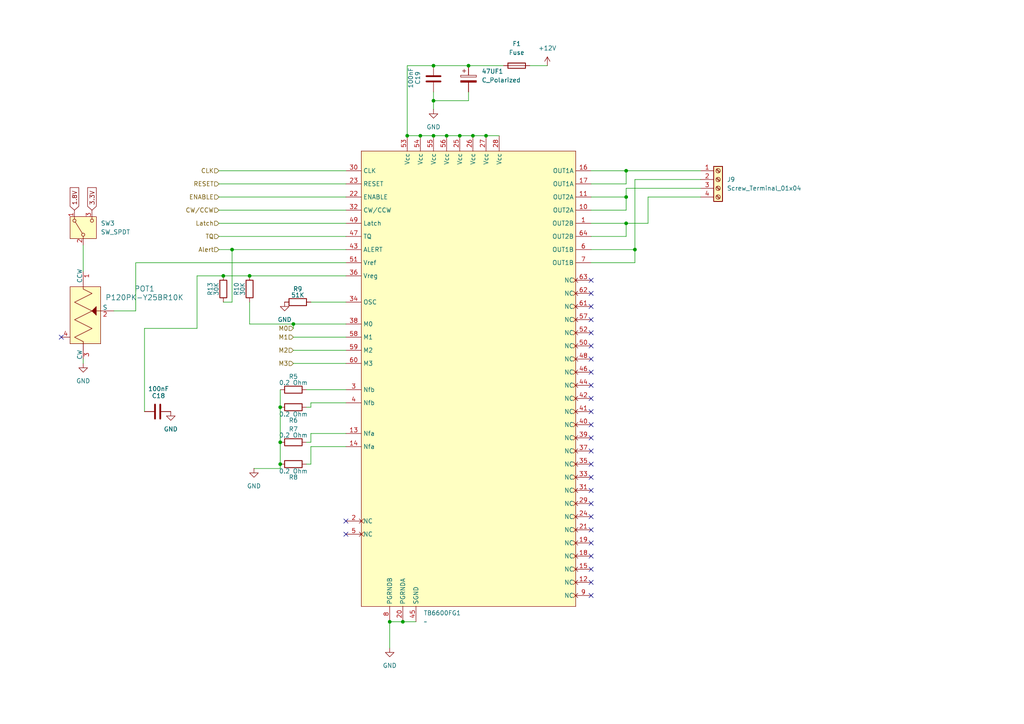
<source format=kicad_sch>
(kicad_sch
	(version 20231120)
	(generator "eeschema")
	(generator_version "8.0")
	(uuid "4d6fa273-0ab0-454c-aa2a-1305cc96d869")
	(paper "A4")
	(lib_symbols
		(symbol "Connector:Screw_Terminal_01x04"
			(pin_names
				(offset 1.016) hide)
			(exclude_from_sim no)
			(in_bom yes)
			(on_board yes)
			(property "Reference" "J"
				(at 0 5.08 0)
				(effects
					(font
						(size 1.27 1.27)
					)
				)
			)
			(property "Value" "Screw_Terminal_01x04"
				(at 0 -7.62 0)
				(effects
					(font
						(size 1.27 1.27)
					)
				)
			)
			(property "Footprint" ""
				(at 0 0 0)
				(effects
					(font
						(size 1.27 1.27)
					)
					(hide yes)
				)
			)
			(property "Datasheet" "~"
				(at 0 0 0)
				(effects
					(font
						(size 1.27 1.27)
					)
					(hide yes)
				)
			)
			(property "Description" "Generic screw terminal, single row, 01x04, script generated (kicad-library-utils/schlib/autogen/connector/)"
				(at 0 0 0)
				(effects
					(font
						(size 1.27 1.27)
					)
					(hide yes)
				)
			)
			(property "ki_keywords" "screw terminal"
				(at 0 0 0)
				(effects
					(font
						(size 1.27 1.27)
					)
					(hide yes)
				)
			)
			(property "ki_fp_filters" "TerminalBlock*:*"
				(at 0 0 0)
				(effects
					(font
						(size 1.27 1.27)
					)
					(hide yes)
				)
			)
			(symbol "Screw_Terminal_01x04_1_1"
				(rectangle
					(start -1.27 3.81)
					(end 1.27 -6.35)
					(stroke
						(width 0.254)
						(type default)
					)
					(fill
						(type background)
					)
				)
				(circle
					(center 0 -5.08)
					(radius 0.635)
					(stroke
						(width 0.1524)
						(type default)
					)
					(fill
						(type none)
					)
				)
				(circle
					(center 0 -2.54)
					(radius 0.635)
					(stroke
						(width 0.1524)
						(type default)
					)
					(fill
						(type none)
					)
				)
				(polyline
					(pts
						(xy -0.5334 -4.7498) (xy 0.3302 -5.588)
					)
					(stroke
						(width 0.1524)
						(type default)
					)
					(fill
						(type none)
					)
				)
				(polyline
					(pts
						(xy -0.5334 -2.2098) (xy 0.3302 -3.048)
					)
					(stroke
						(width 0.1524)
						(type default)
					)
					(fill
						(type none)
					)
				)
				(polyline
					(pts
						(xy -0.5334 0.3302) (xy 0.3302 -0.508)
					)
					(stroke
						(width 0.1524)
						(type default)
					)
					(fill
						(type none)
					)
				)
				(polyline
					(pts
						(xy -0.5334 2.8702) (xy 0.3302 2.032)
					)
					(stroke
						(width 0.1524)
						(type default)
					)
					(fill
						(type none)
					)
				)
				(polyline
					(pts
						(xy -0.3556 -4.572) (xy 0.508 -5.4102)
					)
					(stroke
						(width 0.1524)
						(type default)
					)
					(fill
						(type none)
					)
				)
				(polyline
					(pts
						(xy -0.3556 -2.032) (xy 0.508 -2.8702)
					)
					(stroke
						(width 0.1524)
						(type default)
					)
					(fill
						(type none)
					)
				)
				(polyline
					(pts
						(xy -0.3556 0.508) (xy 0.508 -0.3302)
					)
					(stroke
						(width 0.1524)
						(type default)
					)
					(fill
						(type none)
					)
				)
				(polyline
					(pts
						(xy -0.3556 3.048) (xy 0.508 2.2098)
					)
					(stroke
						(width 0.1524)
						(type default)
					)
					(fill
						(type none)
					)
				)
				(circle
					(center 0 0)
					(radius 0.635)
					(stroke
						(width 0.1524)
						(type default)
					)
					(fill
						(type none)
					)
				)
				(circle
					(center 0 2.54)
					(radius 0.635)
					(stroke
						(width 0.1524)
						(type default)
					)
					(fill
						(type none)
					)
				)
				(pin passive line
					(at -5.08 2.54 0)
					(length 3.81)
					(name "Pin_1"
						(effects
							(font
								(size 1.27 1.27)
							)
						)
					)
					(number "1"
						(effects
							(font
								(size 1.27 1.27)
							)
						)
					)
				)
				(pin passive line
					(at -5.08 0 0)
					(length 3.81)
					(name "Pin_2"
						(effects
							(font
								(size 1.27 1.27)
							)
						)
					)
					(number "2"
						(effects
							(font
								(size 1.27 1.27)
							)
						)
					)
				)
				(pin passive line
					(at -5.08 -2.54 0)
					(length 3.81)
					(name "Pin_3"
						(effects
							(font
								(size 1.27 1.27)
							)
						)
					)
					(number "3"
						(effects
							(font
								(size 1.27 1.27)
							)
						)
					)
				)
				(pin passive line
					(at -5.08 -5.08 0)
					(length 3.81)
					(name "Pin_4"
						(effects
							(font
								(size 1.27 1.27)
							)
						)
					)
					(number "4"
						(effects
							(font
								(size 1.27 1.27)
							)
						)
					)
				)
			)
		)
		(symbol "Device:C"
			(pin_numbers hide)
			(pin_names
				(offset 0.254)
			)
			(exclude_from_sim no)
			(in_bom yes)
			(on_board yes)
			(property "Reference" "C"
				(at 0.635 2.54 0)
				(effects
					(font
						(size 1.27 1.27)
					)
					(justify left)
				)
			)
			(property "Value" "C"
				(at 0.635 -2.54 0)
				(effects
					(font
						(size 1.27 1.27)
					)
					(justify left)
				)
			)
			(property "Footprint" ""
				(at 0.9652 -3.81 0)
				(effects
					(font
						(size 1.27 1.27)
					)
					(hide yes)
				)
			)
			(property "Datasheet" "~"
				(at 0 0 0)
				(effects
					(font
						(size 1.27 1.27)
					)
					(hide yes)
				)
			)
			(property "Description" "Unpolarized capacitor"
				(at 0 0 0)
				(effects
					(font
						(size 1.27 1.27)
					)
					(hide yes)
				)
			)
			(property "ki_keywords" "cap capacitor"
				(at 0 0 0)
				(effects
					(font
						(size 1.27 1.27)
					)
					(hide yes)
				)
			)
			(property "ki_fp_filters" "C_*"
				(at 0 0 0)
				(effects
					(font
						(size 1.27 1.27)
					)
					(hide yes)
				)
			)
			(symbol "C_0_1"
				(polyline
					(pts
						(xy -2.032 -0.762) (xy 2.032 -0.762)
					)
					(stroke
						(width 0.508)
						(type default)
					)
					(fill
						(type none)
					)
				)
				(polyline
					(pts
						(xy -2.032 0.762) (xy 2.032 0.762)
					)
					(stroke
						(width 0.508)
						(type default)
					)
					(fill
						(type none)
					)
				)
			)
			(symbol "C_1_1"
				(pin passive line
					(at 0 3.81 270)
					(length 2.794)
					(name "~"
						(effects
							(font
								(size 1.27 1.27)
							)
						)
					)
					(number "1"
						(effects
							(font
								(size 1.27 1.27)
							)
						)
					)
				)
				(pin passive line
					(at 0 -3.81 90)
					(length 2.794)
					(name "~"
						(effects
							(font
								(size 1.27 1.27)
							)
						)
					)
					(number "2"
						(effects
							(font
								(size 1.27 1.27)
							)
						)
					)
				)
			)
		)
		(symbol "Device:C_Polarized"
			(pin_numbers hide)
			(pin_names
				(offset 0.254)
			)
			(exclude_from_sim no)
			(in_bom yes)
			(on_board yes)
			(property "Reference" "C"
				(at 0.635 2.54 0)
				(effects
					(font
						(size 1.27 1.27)
					)
					(justify left)
				)
			)
			(property "Value" "C_Polarized"
				(at 0.635 -2.54 0)
				(effects
					(font
						(size 1.27 1.27)
					)
					(justify left)
				)
			)
			(property "Footprint" ""
				(at 0.9652 -3.81 0)
				(effects
					(font
						(size 1.27 1.27)
					)
					(hide yes)
				)
			)
			(property "Datasheet" "~"
				(at 0 0 0)
				(effects
					(font
						(size 1.27 1.27)
					)
					(hide yes)
				)
			)
			(property "Description" "Polarized capacitor"
				(at 0 0 0)
				(effects
					(font
						(size 1.27 1.27)
					)
					(hide yes)
				)
			)
			(property "ki_keywords" "cap capacitor"
				(at 0 0 0)
				(effects
					(font
						(size 1.27 1.27)
					)
					(hide yes)
				)
			)
			(property "ki_fp_filters" "CP_*"
				(at 0 0 0)
				(effects
					(font
						(size 1.27 1.27)
					)
					(hide yes)
				)
			)
			(symbol "C_Polarized_0_1"
				(rectangle
					(start -2.286 0.508)
					(end 2.286 1.016)
					(stroke
						(width 0)
						(type default)
					)
					(fill
						(type none)
					)
				)
				(polyline
					(pts
						(xy -1.778 2.286) (xy -0.762 2.286)
					)
					(stroke
						(width 0)
						(type default)
					)
					(fill
						(type none)
					)
				)
				(polyline
					(pts
						(xy -1.27 2.794) (xy -1.27 1.778)
					)
					(stroke
						(width 0)
						(type default)
					)
					(fill
						(type none)
					)
				)
				(rectangle
					(start 2.286 -0.508)
					(end -2.286 -1.016)
					(stroke
						(width 0)
						(type default)
					)
					(fill
						(type outline)
					)
				)
			)
			(symbol "C_Polarized_1_1"
				(pin passive line
					(at 0 3.81 270)
					(length 2.794)
					(name "~"
						(effects
							(font
								(size 1.27 1.27)
							)
						)
					)
					(number "1"
						(effects
							(font
								(size 1.27 1.27)
							)
						)
					)
				)
				(pin passive line
					(at 0 -3.81 90)
					(length 2.794)
					(name "~"
						(effects
							(font
								(size 1.27 1.27)
							)
						)
					)
					(number "2"
						(effects
							(font
								(size 1.27 1.27)
							)
						)
					)
				)
			)
		)
		(symbol "Device:Fuse"
			(pin_numbers hide)
			(pin_names
				(offset 0)
			)
			(exclude_from_sim no)
			(in_bom yes)
			(on_board yes)
			(property "Reference" "F"
				(at 2.032 0 90)
				(effects
					(font
						(size 1.27 1.27)
					)
				)
			)
			(property "Value" "Fuse"
				(at -1.905 0 90)
				(effects
					(font
						(size 1.27 1.27)
					)
				)
			)
			(property "Footprint" ""
				(at -1.778 0 90)
				(effects
					(font
						(size 1.27 1.27)
					)
					(hide yes)
				)
			)
			(property "Datasheet" "~"
				(at 0 0 0)
				(effects
					(font
						(size 1.27 1.27)
					)
					(hide yes)
				)
			)
			(property "Description" "Fuse"
				(at 0 0 0)
				(effects
					(font
						(size 1.27 1.27)
					)
					(hide yes)
				)
			)
			(property "ki_keywords" "fuse"
				(at 0 0 0)
				(effects
					(font
						(size 1.27 1.27)
					)
					(hide yes)
				)
			)
			(property "ki_fp_filters" "*Fuse*"
				(at 0 0 0)
				(effects
					(font
						(size 1.27 1.27)
					)
					(hide yes)
				)
			)
			(symbol "Fuse_0_1"
				(rectangle
					(start -0.762 -2.54)
					(end 0.762 2.54)
					(stroke
						(width 0.254)
						(type default)
					)
					(fill
						(type none)
					)
				)
				(polyline
					(pts
						(xy 0 2.54) (xy 0 -2.54)
					)
					(stroke
						(width 0)
						(type default)
					)
					(fill
						(type none)
					)
				)
			)
			(symbol "Fuse_1_1"
				(pin passive line
					(at 0 3.81 270)
					(length 1.27)
					(name "~"
						(effects
							(font
								(size 1.27 1.27)
							)
						)
					)
					(number "1"
						(effects
							(font
								(size 1.27 1.27)
							)
						)
					)
				)
				(pin passive line
					(at 0 -3.81 90)
					(length 1.27)
					(name "~"
						(effects
							(font
								(size 1.27 1.27)
							)
						)
					)
					(number "2"
						(effects
							(font
								(size 1.27 1.27)
							)
						)
					)
				)
			)
		)
		(symbol "Device:R"
			(pin_numbers hide)
			(pin_names
				(offset 0)
			)
			(exclude_from_sim no)
			(in_bom yes)
			(on_board yes)
			(property "Reference" "R"
				(at 2.032 0 90)
				(effects
					(font
						(size 1.27 1.27)
					)
				)
			)
			(property "Value" "R"
				(at 0 0 90)
				(effects
					(font
						(size 1.27 1.27)
					)
				)
			)
			(property "Footprint" ""
				(at -1.778 0 90)
				(effects
					(font
						(size 1.27 1.27)
					)
					(hide yes)
				)
			)
			(property "Datasheet" "~"
				(at 0 0 0)
				(effects
					(font
						(size 1.27 1.27)
					)
					(hide yes)
				)
			)
			(property "Description" "Resistor"
				(at 0 0 0)
				(effects
					(font
						(size 1.27 1.27)
					)
					(hide yes)
				)
			)
			(property "ki_keywords" "R res resistor"
				(at 0 0 0)
				(effects
					(font
						(size 1.27 1.27)
					)
					(hide yes)
				)
			)
			(property "ki_fp_filters" "R_*"
				(at 0 0 0)
				(effects
					(font
						(size 1.27 1.27)
					)
					(hide yes)
				)
			)
			(symbol "R_0_1"
				(rectangle
					(start -1.016 -2.54)
					(end 1.016 2.54)
					(stroke
						(width 0.254)
						(type default)
					)
					(fill
						(type none)
					)
				)
			)
			(symbol "R_1_1"
				(pin passive line
					(at 0 3.81 270)
					(length 1.27)
					(name "~"
						(effects
							(font
								(size 1.27 1.27)
							)
						)
					)
					(number "1"
						(effects
							(font
								(size 1.27 1.27)
							)
						)
					)
				)
				(pin passive line
					(at 0 -3.81 90)
					(length 1.27)
					(name "~"
						(effects
							(font
								(size 1.27 1.27)
							)
						)
					)
					(number "2"
						(effects
							(font
								(size 1.27 1.27)
							)
						)
					)
				)
			)
		)
		(symbol "Switch:SW_SPDT"
			(pin_names
				(offset 0) hide)
			(exclude_from_sim no)
			(in_bom yes)
			(on_board yes)
			(property "Reference" "SW"
				(at 0 5.08 0)
				(effects
					(font
						(size 1.27 1.27)
					)
				)
			)
			(property "Value" "SW_SPDT"
				(at 0 -5.08 0)
				(effects
					(font
						(size 1.27 1.27)
					)
				)
			)
			(property "Footprint" ""
				(at 0 0 0)
				(effects
					(font
						(size 1.27 1.27)
					)
					(hide yes)
				)
			)
			(property "Datasheet" "~"
				(at 0 -7.62 0)
				(effects
					(font
						(size 1.27 1.27)
					)
					(hide yes)
				)
			)
			(property "Description" "Switch, single pole double throw"
				(at 0 0 0)
				(effects
					(font
						(size 1.27 1.27)
					)
					(hide yes)
				)
			)
			(property "ki_keywords" "switch single-pole double-throw spdt ON-ON"
				(at 0 0 0)
				(effects
					(font
						(size 1.27 1.27)
					)
					(hide yes)
				)
			)
			(symbol "SW_SPDT_0_1"
				(circle
					(center -2.032 0)
					(radius 0.4572)
					(stroke
						(width 0)
						(type default)
					)
					(fill
						(type none)
					)
				)
				(polyline
					(pts
						(xy -1.651 0.254) (xy 1.651 2.286)
					)
					(stroke
						(width 0)
						(type default)
					)
					(fill
						(type none)
					)
				)
				(circle
					(center 2.032 -2.54)
					(radius 0.4572)
					(stroke
						(width 0)
						(type default)
					)
					(fill
						(type none)
					)
				)
				(circle
					(center 2.032 2.54)
					(radius 0.4572)
					(stroke
						(width 0)
						(type default)
					)
					(fill
						(type none)
					)
				)
			)
			(symbol "SW_SPDT_1_1"
				(rectangle
					(start -3.175 3.81)
					(end 3.175 -3.81)
					(stroke
						(width 0)
						(type default)
					)
					(fill
						(type background)
					)
				)
				(pin passive line
					(at 5.08 2.54 180)
					(length 2.54)
					(name "A"
						(effects
							(font
								(size 1.27 1.27)
							)
						)
					)
					(number "1"
						(effects
							(font
								(size 1.27 1.27)
							)
						)
					)
				)
				(pin passive line
					(at -5.08 0 0)
					(length 2.54)
					(name "B"
						(effects
							(font
								(size 1.27 1.27)
							)
						)
					)
					(number "2"
						(effects
							(font
								(size 1.27 1.27)
							)
						)
					)
				)
				(pin passive line
					(at 5.08 -2.54 180)
					(length 2.54)
					(name "C"
						(effects
							(font
								(size 1.27 1.27)
							)
						)
					)
					(number "3"
						(effects
							(font
								(size 1.27 1.27)
							)
						)
					)
				)
			)
		)
		(symbol "TB6600FG:TB6600FG"
			(exclude_from_sim no)
			(in_bom yes)
			(on_board yes)
			(property "Reference" "TB6600FG1"
				(at -13.0459 -58.42 0)
				(effects
					(font
						(size 1.27 1.27)
					)
					(justify left)
				)
			)
			(property "Value" "~"
				(at -13.0459 -60.96 0)
				(effects
					(font
						(size 1.27 1.27)
					)
					(justify left)
				)
			)
			(property "Footprint" ""
				(at -57.15 35.56 0)
				(effects
					(font
						(size 1.27 1.27)
					)
					(hide yes)
				)
			)
			(property "Datasheet" ""
				(at -57.15 35.56 0)
				(effects
					(font
						(size 1.27 1.27)
					)
					(hide yes)
				)
			)
			(property "Description" ""
				(at -57.15 35.56 0)
				(effects
					(font
						(size 1.27 1.27)
					)
					(hide yes)
				)
			)
			(symbol "TB6600FG_1_1"
				(rectangle
					(start -31.115 75.565)
					(end 31.115 -56.515)
					(stroke
						(width 0)
						(type default)
					)
					(fill
						(type background)
					)
				)
				(pin bidirectional line
					(at 35.56 54.61 180)
					(length 4.5)
					(name "OUT2B"
						(effects
							(font
								(size 1.27 1.27)
							)
						)
					)
					(number "1"
						(effects
							(font
								(size 1.27 1.27)
							)
						)
					)
				)
				(pin bidirectional line
					(at 35.56 58.42 180)
					(length 4.5)
					(name "OUT2A"
						(effects
							(font
								(size 1.27 1.27)
							)
						)
					)
					(number "10"
						(effects
							(font
								(size 1.27 1.27)
							)
						)
					)
				)
				(pin bidirectional line
					(at 35.56 62.23 180)
					(length 4.5)
					(name "OUT2A"
						(effects
							(font
								(size 1.27 1.27)
							)
						)
					)
					(number "11"
						(effects
							(font
								(size 1.27 1.27)
							)
						)
					)
				)
				(pin input non_logic
					(at 35.56 -49.53 180)
					(length 4.5)
					(name "NC"
						(effects
							(font
								(size 1.27 1.27)
							)
						)
					)
					(number "12"
						(effects
							(font
								(size 1.27 1.27)
							)
						)
					)
				)
				(pin passive line
					(at -35.56 -6.35 0)
					(length 4.5)
					(name "Nfa"
						(effects
							(font
								(size 1.27 1.27)
							)
						)
					)
					(number "13"
						(effects
							(font
								(size 1.27 1.27)
							)
						)
					)
				)
				(pin passive line
					(at -35.56 -10.16 0)
					(length 4.5)
					(name "Nfa"
						(effects
							(font
								(size 1.27 1.27)
							)
						)
					)
					(number "14"
						(effects
							(font
								(size 1.27 1.27)
							)
						)
					)
				)
				(pin input non_logic
					(at 35.56 -45.72 180)
					(length 4.5)
					(name "NC"
						(effects
							(font
								(size 1.27 1.27)
							)
						)
					)
					(number "15"
						(effects
							(font
								(size 1.27 1.27)
							)
						)
					)
				)
				(pin bidirectional line
					(at 35.56 69.85 180)
					(length 4.5)
					(name "OUT1A"
						(effects
							(font
								(size 1.27 1.27)
							)
						)
					)
					(number "16"
						(effects
							(font
								(size 1.27 1.27)
							)
						)
					)
				)
				(pin bidirectional line
					(at 35.56 66.04 180)
					(length 4.5)
					(name "OUT1A"
						(effects
							(font
								(size 1.27 1.27)
							)
						)
					)
					(number "17"
						(effects
							(font
								(size 1.27 1.27)
							)
						)
					)
				)
				(pin input non_logic
					(at 35.56 -41.91 180)
					(length 4.5)
					(name "NC"
						(effects
							(font
								(size 1.27 1.27)
							)
						)
					)
					(number "18"
						(effects
							(font
								(size 1.27 1.27)
							)
						)
					)
				)
				(pin input non_logic
					(at 35.56 -38.1 180)
					(length 4.5)
					(name "NC"
						(effects
							(font
								(size 1.27 1.27)
							)
						)
					)
					(number "19"
						(effects
							(font
								(size 1.27 1.27)
							)
						)
					)
				)
				(pin input non_logic
					(at -35.56 -31.75 0)
					(length 4.5)
					(name "NC"
						(effects
							(font
								(size 1.27 1.27)
							)
						)
					)
					(number "2"
						(effects
							(font
								(size 1.27 1.27)
							)
						)
					)
				)
				(pin passive line
					(at -19.05 -60.96 90)
					(length 4.5)
					(name "PGRNDA"
						(effects
							(font
								(size 1.27 1.27)
							)
						)
					)
					(number "20"
						(effects
							(font
								(size 1.27 1.27)
							)
						)
					)
				)
				(pin input non_logic
					(at 35.56 -34.29 180)
					(length 4.5)
					(name "NC"
						(effects
							(font
								(size 1.27 1.27)
							)
						)
					)
					(number "21"
						(effects
							(font
								(size 1.27 1.27)
							)
						)
					)
				)
				(pin input line
					(at -35.56 62.23 0)
					(length 4.5)
					(name "ENABLE"
						(effects
							(font
								(size 1.27 1.27)
							)
						)
					)
					(number "22"
						(effects
							(font
								(size 1.27 1.27)
							)
						)
					)
				)
				(pin input line
					(at -35.56 66.04 0)
					(length 4.5)
					(name "RESET"
						(effects
							(font
								(size 1.27 1.27)
							)
						)
					)
					(number "23"
						(effects
							(font
								(size 1.27 1.27)
							)
						)
					)
				)
				(pin input non_logic
					(at 35.56 -30.48 180)
					(length 4.5)
					(name "NC"
						(effects
							(font
								(size 1.27 1.27)
							)
						)
					)
					(number "24"
						(effects
							(font
								(size 1.27 1.27)
							)
						)
					)
				)
				(pin input line
					(at -2.54 80.01 270)
					(length 4.5)
					(name "Vcc"
						(effects
							(font
								(size 1.27 1.27)
							)
						)
					)
					(number "25"
						(effects
							(font
								(size 1.27 1.27)
							)
						)
					)
				)
				(pin input line
					(at 1.27 80.01 270)
					(length 4.5)
					(name "Vcc"
						(effects
							(font
								(size 1.27 1.27)
							)
						)
					)
					(number "26"
						(effects
							(font
								(size 1.27 1.27)
							)
						)
					)
				)
				(pin input line
					(at 5.08 80.01 270)
					(length 4.5)
					(name "Vcc"
						(effects
							(font
								(size 1.27 1.27)
							)
						)
					)
					(number "27"
						(effects
							(font
								(size 1.27 1.27)
							)
						)
					)
				)
				(pin input line
					(at 8.89 80.01 270)
					(length 4.5)
					(name "Vcc"
						(effects
							(font
								(size 1.27 1.27)
							)
						)
					)
					(number "28"
						(effects
							(font
								(size 1.27 1.27)
							)
						)
					)
				)
				(pin input non_logic
					(at 35.56 -26.67 180)
					(length 4.5)
					(name "NC"
						(effects
							(font
								(size 1.27 1.27)
							)
						)
					)
					(number "29"
						(effects
							(font
								(size 1.27 1.27)
							)
						)
					)
				)
				(pin passive line
					(at -35.56 6.35 0)
					(length 4.5)
					(name "Nfb"
						(effects
							(font
								(size 1.27 1.27)
							)
						)
					)
					(number "3"
						(effects
							(font
								(size 1.27 1.27)
							)
						)
					)
				)
				(pin input line
					(at -35.56 69.85 0)
					(length 4.5)
					(name "CLK"
						(effects
							(font
								(size 1.27 1.27)
							)
						)
					)
					(number "30"
						(effects
							(font
								(size 1.27 1.27)
							)
						)
					)
				)
				(pin input non_logic
					(at 35.56 -22.86 180)
					(length 4.5)
					(name "NC"
						(effects
							(font
								(size 1.27 1.27)
							)
						)
					)
					(number "31"
						(effects
							(font
								(size 1.27 1.27)
							)
						)
					)
				)
				(pin input line
					(at -35.56 58.42 0)
					(length 4.5)
					(name "CW/CCW"
						(effects
							(font
								(size 1.27 1.27)
							)
						)
					)
					(number "32"
						(effects
							(font
								(size 1.27 1.27)
							)
						)
					)
				)
				(pin input non_logic
					(at 35.56 -19.05 180)
					(length 4.5)
					(name "NC"
						(effects
							(font
								(size 1.27 1.27)
							)
						)
					)
					(number "33"
						(effects
							(font
								(size 1.27 1.27)
							)
						)
					)
				)
				(pin passive line
					(at -35.56 31.75 0)
					(length 4.5)
					(name "OSC"
						(effects
							(font
								(size 1.27 1.27)
							)
						)
					)
					(number "34"
						(effects
							(font
								(size 1.27 1.27)
							)
						)
					)
				)
				(pin input non_logic
					(at 35.56 -15.24 180)
					(length 4.5)
					(name "NC"
						(effects
							(font
								(size 1.27 1.27)
							)
						)
					)
					(number "35"
						(effects
							(font
								(size 1.27 1.27)
							)
						)
					)
				)
				(pin passive line
					(at -35.56 39.37 0)
					(length 4.5)
					(name "Vreg"
						(effects
							(font
								(size 1.27 1.27)
							)
						)
					)
					(number "36"
						(effects
							(font
								(size 1.27 1.27)
							)
						)
					)
				)
				(pin input non_logic
					(at 35.56 -11.43 180)
					(length 4.5)
					(name "NC"
						(effects
							(font
								(size 1.27 1.27)
							)
						)
					)
					(number "37"
						(effects
							(font
								(size 1.27 1.27)
							)
						)
					)
				)
				(pin output line
					(at -35.56 25.4 0)
					(length 4.5)
					(name "M0"
						(effects
							(font
								(size 1.27 1.27)
							)
						)
					)
					(number "38"
						(effects
							(font
								(size 1.27 1.27)
							)
						)
					)
				)
				(pin input non_logic
					(at 35.56 -7.62 180)
					(length 4.5)
					(name "NC"
						(effects
							(font
								(size 1.27 1.27)
							)
						)
					)
					(number "39"
						(effects
							(font
								(size 1.27 1.27)
							)
						)
					)
				)
				(pin passive line
					(at -35.56 2.54 0)
					(length 4.5)
					(name "Nfb"
						(effects
							(font
								(size 1.27 1.27)
							)
						)
					)
					(number "4"
						(effects
							(font
								(size 1.27 1.27)
							)
						)
					)
				)
				(pin input non_logic
					(at 35.56 -3.81 180)
					(length 4.5)
					(name "NC"
						(effects
							(font
								(size 1.27 1.27)
							)
						)
					)
					(number "40"
						(effects
							(font
								(size 1.27 1.27)
							)
						)
					)
				)
				(pin input non_logic
					(at 35.56 0 180)
					(length 4.5)
					(name "NC"
						(effects
							(font
								(size 1.27 1.27)
							)
						)
					)
					(number "41"
						(effects
							(font
								(size 1.27 1.27)
							)
						)
					)
				)
				(pin input non_logic
					(at 35.56 3.81 180)
					(length 4.5)
					(name "NC"
						(effects
							(font
								(size 1.27 1.27)
							)
						)
					)
					(number "42"
						(effects
							(font
								(size 1.27 1.27)
							)
						)
					)
				)
				(pin output line
					(at -35.56 46.99 0)
					(length 4.5)
					(name "ALERT"
						(effects
							(font
								(size 1.27 1.27)
							)
						)
					)
					(number "43"
						(effects
							(font
								(size 1.27 1.27)
							)
						)
					)
				)
				(pin input non_logic
					(at 35.56 7.62 180)
					(length 4.5)
					(name "NC"
						(effects
							(font
								(size 1.27 1.27)
							)
						)
					)
					(number "44"
						(effects
							(font
								(size 1.27 1.27)
							)
						)
					)
				)
				(pin passive line
					(at -15.24 -60.96 90)
					(length 4.5)
					(name "SGND"
						(effects
							(font
								(size 1.27 1.27)
							)
						)
					)
					(number "45"
						(effects
							(font
								(size 1.27 1.27)
							)
						)
					)
				)
				(pin input non_logic
					(at 35.56 11.43 180)
					(length 4.5)
					(name "NC"
						(effects
							(font
								(size 1.27 1.27)
							)
						)
					)
					(number "46"
						(effects
							(font
								(size 1.27 1.27)
							)
						)
					)
				)
				(pin input line
					(at -35.56 50.8 0)
					(length 4.5)
					(name "TQ"
						(effects
							(font
								(size 1.27 1.27)
							)
						)
					)
					(number "47"
						(effects
							(font
								(size 1.27 1.27)
							)
						)
					)
				)
				(pin input non_logic
					(at 35.56 15.24 180)
					(length 4.5)
					(name "NC"
						(effects
							(font
								(size 1.27 1.27)
							)
						)
					)
					(number "48"
						(effects
							(font
								(size 1.27 1.27)
							)
						)
					)
				)
				(pin input line
					(at -35.56 54.61 0)
					(length 4.5)
					(name "Latch"
						(effects
							(font
								(size 1.27 1.27)
							)
						)
					)
					(number "49"
						(effects
							(font
								(size 1.27 1.27)
							)
						)
					)
				)
				(pin input non_logic
					(at -35.56 -35.56 0)
					(length 4.5)
					(name "NC"
						(effects
							(font
								(size 1.27 1.27)
							)
						)
					)
					(number "5"
						(effects
							(font
								(size 1.27 1.27)
							)
						)
					)
				)
				(pin input non_logic
					(at 35.56 19.05 180)
					(length 4.5)
					(name "NC"
						(effects
							(font
								(size 1.27 1.27)
							)
						)
					)
					(number "50"
						(effects
							(font
								(size 1.27 1.27)
							)
						)
					)
				)
				(pin passive line
					(at -35.56 43.18 0)
					(length 4.5)
					(name "Vref"
						(effects
							(font
								(size 1.27 1.27)
							)
						)
					)
					(number "51"
						(effects
							(font
								(size 1.27 1.27)
							)
						)
					)
				)
				(pin input non_logic
					(at 35.56 22.86 180)
					(length 4.5)
					(name "NC"
						(effects
							(font
								(size 1.27 1.27)
							)
						)
					)
					(number "52"
						(effects
							(font
								(size 1.27 1.27)
							)
						)
					)
				)
				(pin input line
					(at -17.78 80.01 270)
					(length 4.5)
					(name "Vcc"
						(effects
							(font
								(size 1.27 1.27)
							)
						)
					)
					(number "53"
						(effects
							(font
								(size 1.27 1.27)
							)
						)
					)
				)
				(pin input line
					(at -13.97 80.01 270)
					(length 4.5)
					(name "Vcc"
						(effects
							(font
								(size 1.27 1.27)
							)
						)
					)
					(number "54"
						(effects
							(font
								(size 1.27 1.27)
							)
						)
					)
				)
				(pin input line
					(at -10.16 80.01 270)
					(length 4.5)
					(name "Vcc"
						(effects
							(font
								(size 1.27 1.27)
							)
						)
					)
					(number "55"
						(effects
							(font
								(size 1.27 1.27)
							)
						)
					)
				)
				(pin input line
					(at -6.35 80.01 270)
					(length 4.5)
					(name "Vcc"
						(effects
							(font
								(size 1.27 1.27)
							)
						)
					)
					(number "56"
						(effects
							(font
								(size 1.27 1.27)
							)
						)
					)
				)
				(pin input non_logic
					(at 35.56 26.67 180)
					(length 4.5)
					(name "NC"
						(effects
							(font
								(size 1.27 1.27)
							)
						)
					)
					(number "57"
						(effects
							(font
								(size 1.27 1.27)
							)
						)
					)
				)
				(pin input line
					(at -35.56 21.59 0)
					(length 4.5)
					(name "M1"
						(effects
							(font
								(size 1.27 1.27)
							)
						)
					)
					(number "58"
						(effects
							(font
								(size 1.27 1.27)
							)
						)
					)
				)
				(pin input line
					(at -35.56 17.78 0)
					(length 4.5)
					(name "M2"
						(effects
							(font
								(size 1.27 1.27)
							)
						)
					)
					(number "59"
						(effects
							(font
								(size 1.27 1.27)
							)
						)
					)
				)
				(pin bidirectional line
					(at 35.56 46.99 180)
					(length 4.5)
					(name "OUT1B"
						(effects
							(font
								(size 1.27 1.27)
							)
						)
					)
					(number "6"
						(effects
							(font
								(size 1.27 1.27)
							)
						)
					)
				)
				(pin input line
					(at -35.56 13.97 0)
					(length 4.5)
					(name "M3"
						(effects
							(font
								(size 1.27 1.27)
							)
						)
					)
					(number "60"
						(effects
							(font
								(size 1.27 1.27)
							)
						)
					)
				)
				(pin input non_logic
					(at 35.56 30.48 180)
					(length 4.5)
					(name "NC"
						(effects
							(font
								(size 1.27 1.27)
							)
						)
					)
					(number "61"
						(effects
							(font
								(size 1.27 1.27)
							)
						)
					)
				)
				(pin input non_logic
					(at 35.56 34.29 180)
					(length 4.5)
					(name "NC"
						(effects
							(font
								(size 1.27 1.27)
							)
						)
					)
					(number "62"
						(effects
							(font
								(size 1.27 1.27)
							)
						)
					)
				)
				(pin input non_logic
					(at 35.56 38.1 180)
					(length 4.5)
					(name "NC"
						(effects
							(font
								(size 1.27 1.27)
							)
						)
					)
					(number "63"
						(effects
							(font
								(size 1.27 1.27)
							)
						)
					)
				)
				(pin bidirectional line
					(at 35.56 50.8 180)
					(length 4.5)
					(name "OUT2B"
						(effects
							(font
								(size 1.27 1.27)
							)
						)
					)
					(number "64"
						(effects
							(font
								(size 1.27 1.27)
							)
						)
					)
				)
				(pin bidirectional line
					(at 35.56 43.18 180)
					(length 4.5)
					(name "OUT1B"
						(effects
							(font
								(size 1.27 1.27)
							)
						)
					)
					(number "7"
						(effects
							(font
								(size 1.27 1.27)
							)
						)
					)
				)
				(pin passive line
					(at -22.86 -60.96 90)
					(length 4.5)
					(name "PGRNDB"
						(effects
							(font
								(size 1.27 1.27)
							)
						)
					)
					(number "8"
						(effects
							(font
								(size 1.27 1.27)
							)
						)
					)
				)
				(pin input non_logic
					(at 35.56 -53.34 180)
					(length 4.5)
					(name "NC"
						(effects
							(font
								(size 1.27 1.27)
							)
						)
					)
					(number "9"
						(effects
							(font
								(size 1.27 1.27)
							)
						)
					)
				)
			)
		)
		(symbol "dk_Rotary-Potentiometers-Rheostats:P120PK-Y25BR10K"
			(pin_names
				(offset 0)
			)
			(exclude_from_sim no)
			(in_bom yes)
			(on_board yes)
			(property "Reference" "POT"
				(at -1.905 6.35 0)
				(effects
					(font
						(size 1.524 1.524)
					)
					(justify right)
				)
			)
			(property "Value" "P120PK-Y25BR10K"
				(at 6.985 -5.08 0)
				(effects
					(font
						(size 1.524 1.524)
					)
					(justify right)
				)
			)
			(property "Footprint" "digikey-footprints:Potentiometer_P120PK-Y25BR10K"
				(at 5.08 5.08 0)
				(effects
					(font
						(size 1.524 1.524)
					)
					(justify left)
					(hide yes)
				)
			)
			(property "Datasheet" "https://www.ttelectronics.com/TTElectronics/media/ProductFiles/Potentiometers/Datasheets/P120.pdf"
				(at 5.08 7.62 0)
				(effects
					(font
						(size 1.524 1.524)
					)
					(justify left)
					(hide yes)
				)
			)
			(property "Description" "POT 10K OHM 1/20W PLASTIC LINEAR"
				(at 0 0 0)
				(effects
					(font
						(size 1.27 1.27)
					)
					(hide yes)
				)
			)
			(property "Digi-Key_PN" "987-1710-ND"
				(at 5.08 10.16 0)
				(effects
					(font
						(size 1.524 1.524)
					)
					(justify left)
					(hide yes)
				)
			)
			(property "MPN" "P120PK-Y25BR10K"
				(at 5.08 12.7 0)
				(effects
					(font
						(size 1.524 1.524)
					)
					(justify left)
					(hide yes)
				)
			)
			(property "Category" "Potentiometers, Variable Resistors"
				(at 5.08 15.24 0)
				(effects
					(font
						(size 1.524 1.524)
					)
					(justify left)
					(hide yes)
				)
			)
			(property "Family" "Rotary Potentiometers, Rheostats"
				(at 5.08 17.78 0)
				(effects
					(font
						(size 1.524 1.524)
					)
					(justify left)
					(hide yes)
				)
			)
			(property "DK_Datasheet_Link" "https://www.ttelectronics.com/TTElectronics/media/ProductFiles/Potentiometers/Datasheets/P120.pdf"
				(at 5.08 20.32 0)
				(effects
					(font
						(size 1.524 1.524)
					)
					(justify left)
					(hide yes)
				)
			)
			(property "DK_Detail_Page" "/product-detail/en/tt-electronics-bi/P120PK-Y25BR10K/987-1710-ND/5957454"
				(at 5.08 22.86 0)
				(effects
					(font
						(size 1.524 1.524)
					)
					(justify left)
					(hide yes)
				)
			)
			(property "Description_1" "POT 10K OHM 1/20W PLASTIC LINEAR"
				(at 5.08 25.4 0)
				(effects
					(font
						(size 1.524 1.524)
					)
					(justify left)
					(hide yes)
				)
			)
			(property "Manufacturer" "TT Electronics/BI"
				(at 5.08 27.94 0)
				(effects
					(font
						(size 1.524 1.524)
					)
					(justify left)
					(hide yes)
				)
			)
			(property "Status" "Active"
				(at 5.08 30.48 0)
				(effects
					(font
						(size 1.524 1.524)
					)
					(justify left)
					(hide yes)
				)
			)
			(property "ki_keywords" "987-1710-ND P120"
				(at 0 0 0)
				(effects
					(font
						(size 1.27 1.27)
					)
					(hide yes)
				)
			)
			(symbol "P120PK-Y25BR10K_0_1"
				(rectangle
					(start -6.985 5.08)
					(end 9.525 -3.81)
					(stroke
						(width 0)
						(type solid)
					)
					(fill
						(type background)
					)
				)
				(polyline
					(pts
						(xy -6.35 0) (xy -8.89 0)
					)
					(stroke
						(width 0)
						(type solid)
					)
					(fill
						(type none)
					)
				)
				(polyline
					(pts
						(xy 11.43 0) (xy 8.89 0)
					)
					(stroke
						(width 0)
						(type solid)
					)
					(fill
						(type none)
					)
				)
				(polyline
					(pts
						(xy -0.635 3.175) (xy -1.27 3.81) (xy 1.27 3.81) (xy 0 2.54)
					)
					(stroke
						(width 0)
						(type solid)
					)
					(fill
						(type outline)
					)
				)
				(polyline
					(pts
						(xy 0 2.54) (xy -0.635 3.175) (xy 0.635 3.175) (xy 0 2.54)
					)
					(stroke
						(width 0)
						(type solid)
					)
					(fill
						(type none)
					)
				)
				(polyline
					(pts
						(xy -6.3246 0.0254) (xy -5.0546 2.5654) (xy -2.5146 -2.5146) (xy -1.2446 0.0254) (xy 0.0254 2.5654)
						(xy 2.5654 -2.5146) (xy 5.1054 2.5654) (xy 7.6454 -2.5146) (xy 8.9154 0.0254) (xy 11.4554 0.0254)
					)
					(stroke
						(width 0)
						(type solid)
					)
					(fill
						(type none)
					)
				)
			)
			(symbol "P120PK-Y25BR10K_1_0"
				(pin unspecified line
					(at 7.62 -6.35 90)
					(length 2.54)
					(name "~"
						(effects
							(font
								(size 1.27 1.27)
							)
						)
					)
					(number "4"
						(effects
							(font
								(size 1.27 1.27)
							)
						)
					)
				)
			)
			(symbol "P120PK-Y25BR10K_1_1"
				(pin passive line
					(at -11.43 0 0)
					(length 2.54)
					(name "CCW"
						(effects
							(font
								(size 1.27 1.27)
							)
						)
					)
					(number "1"
						(effects
							(font
								(size 1.27 1.27)
							)
						)
					)
				)
				(pin passive line
					(at 0 8.89 270)
					(length 5.08)
					(name "S"
						(effects
							(font
								(size 1.27 1.27)
							)
						)
					)
					(number "2"
						(effects
							(font
								(size 1.27 1.27)
							)
						)
					)
				)
				(pin passive line
					(at 13.97 0 180)
					(length 2.54)
					(name "CW"
						(effects
							(font
								(size 1.27 1.27)
							)
						)
					)
					(number "3"
						(effects
							(font
								(size 1.27 1.27)
							)
						)
					)
				)
			)
		)
		(symbol "power:+24V"
			(power)
			(pin_numbers hide)
			(pin_names
				(offset 0) hide)
			(exclude_from_sim no)
			(in_bom yes)
			(on_board yes)
			(property "Reference" "#PWR"
				(at 0 -3.81 0)
				(effects
					(font
						(size 1.27 1.27)
					)
					(hide yes)
				)
			)
			(property "Value" "+24V"
				(at 0 3.556 0)
				(effects
					(font
						(size 1.27 1.27)
					)
				)
			)
			(property "Footprint" ""
				(at 0 0 0)
				(effects
					(font
						(size 1.27 1.27)
					)
					(hide yes)
				)
			)
			(property "Datasheet" ""
				(at 0 0 0)
				(effects
					(font
						(size 1.27 1.27)
					)
					(hide yes)
				)
			)
			(property "Description" "Power symbol creates a global label with name \"+24V\""
				(at 0 0 0)
				(effects
					(font
						(size 1.27 1.27)
					)
					(hide yes)
				)
			)
			(property "ki_keywords" "global power"
				(at 0 0 0)
				(effects
					(font
						(size 1.27 1.27)
					)
					(hide yes)
				)
			)
			(symbol "+24V_0_1"
				(polyline
					(pts
						(xy -0.762 1.27) (xy 0 2.54)
					)
					(stroke
						(width 0)
						(type default)
					)
					(fill
						(type none)
					)
				)
				(polyline
					(pts
						(xy 0 0) (xy 0 2.54)
					)
					(stroke
						(width 0)
						(type default)
					)
					(fill
						(type none)
					)
				)
				(polyline
					(pts
						(xy 0 2.54) (xy 0.762 1.27)
					)
					(stroke
						(width 0)
						(type default)
					)
					(fill
						(type none)
					)
				)
			)
			(symbol "+24V_1_1"
				(pin power_in line
					(at 0 0 90)
					(length 0)
					(name "~"
						(effects
							(font
								(size 1.27 1.27)
							)
						)
					)
					(number "1"
						(effects
							(font
								(size 1.27 1.27)
							)
						)
					)
				)
			)
		)
		(symbol "power:GND"
			(power)
			(pin_numbers hide)
			(pin_names
				(offset 0) hide)
			(exclude_from_sim no)
			(in_bom yes)
			(on_board yes)
			(property "Reference" "#PWR"
				(at 0 -6.35 0)
				(effects
					(font
						(size 1.27 1.27)
					)
					(hide yes)
				)
			)
			(property "Value" "GND"
				(at 0 -3.81 0)
				(effects
					(font
						(size 1.27 1.27)
					)
				)
			)
			(property "Footprint" ""
				(at 0 0 0)
				(effects
					(font
						(size 1.27 1.27)
					)
					(hide yes)
				)
			)
			(property "Datasheet" ""
				(at 0 0 0)
				(effects
					(font
						(size 1.27 1.27)
					)
					(hide yes)
				)
			)
			(property "Description" "Power symbol creates a global label with name \"GND\" , ground"
				(at 0 0 0)
				(effects
					(font
						(size 1.27 1.27)
					)
					(hide yes)
				)
			)
			(property "ki_keywords" "global power"
				(at 0 0 0)
				(effects
					(font
						(size 1.27 1.27)
					)
					(hide yes)
				)
			)
			(symbol "GND_0_1"
				(polyline
					(pts
						(xy 0 0) (xy 0 -1.27) (xy 1.27 -1.27) (xy 0 -2.54) (xy -1.27 -1.27) (xy 0 -1.27)
					)
					(stroke
						(width 0)
						(type default)
					)
					(fill
						(type none)
					)
				)
			)
			(symbol "GND_1_1"
				(pin power_in line
					(at 0 0 270)
					(length 0)
					(name "~"
						(effects
							(font
								(size 1.27 1.27)
							)
						)
					)
					(number "1"
						(effects
							(font
								(size 1.27 1.27)
							)
						)
					)
				)
			)
		)
	)
	(junction
		(at 140.97 39.37)
		(diameter 0)
		(color 0 0 0 0)
		(uuid "04b0e213-3501-4b36-bec6-e949ffe5ba30")
	)
	(junction
		(at 121.92 39.37)
		(diameter 0)
		(color 0 0 0 0)
		(uuid "1b573452-3c2a-4f3b-b85a-f54369e7a364")
	)
	(junction
		(at 81.28 128.27)
		(diameter 0)
		(color 0 0 0 0)
		(uuid "2f5d82df-fc86-4e6b-aaeb-fab51e717d30")
	)
	(junction
		(at 67.31 72.39)
		(diameter 0)
		(color 0 0 0 0)
		(uuid "359f8afa-e705-4ffd-a7a6-f7a42231fba0")
	)
	(junction
		(at 129.54 39.37)
		(diameter 0)
		(color 0 0 0 0)
		(uuid "487f769b-9eb0-4b4b-bcc4-4d793d8faa09")
	)
	(junction
		(at 81.28 134.62)
		(diameter 0)
		(color 0 0 0 0)
		(uuid "4b7b32f8-4b69-450f-9100-e95ceed04e64")
	)
	(junction
		(at 137.16 39.37)
		(diameter 0)
		(color 0 0 0 0)
		(uuid "4eeea7a0-6cd4-4636-b800-cbb8e24e2bc5")
	)
	(junction
		(at 118.11 39.37)
		(diameter 0)
		(color 0 0 0 0)
		(uuid "4f7d699f-06e8-429d-b654-6071698b2633")
	)
	(junction
		(at 181.61 57.15)
		(diameter 0)
		(color 0 0 0 0)
		(uuid "58478799-4030-4c1d-98bf-76b54966c540")
	)
	(junction
		(at 181.61 64.77)
		(diameter 0)
		(color 0 0 0 0)
		(uuid "5d5bc75c-675c-49c1-bc4a-b79774302957")
	)
	(junction
		(at 85.09 93.98)
		(diameter 0)
		(color 0 0 0 0)
		(uuid "5e69576b-28b7-4f86-9df6-66f4ec3255c8")
	)
	(junction
		(at 113.03 180.34)
		(diameter 0)
		(color 0 0 0 0)
		(uuid "64239fc2-01af-4286-bb20-f2ca5022764e")
	)
	(junction
		(at 125.73 39.37)
		(diameter 0)
		(color 0 0 0 0)
		(uuid "676c5769-7695-4668-946e-44d8bed3c09f")
	)
	(junction
		(at 125.73 29.21)
		(diameter 0)
		(color 0 0 0 0)
		(uuid "777c88ea-f752-42b0-953e-3c85a8d39786")
	)
	(junction
		(at 125.73 19.05)
		(diameter 0)
		(color 0 0 0 0)
		(uuid "ae6aa706-145c-4b5d-a638-eb04cff18d14")
	)
	(junction
		(at 72.39 80.01)
		(diameter 0)
		(color 0 0 0 0)
		(uuid "aef10695-a7f2-492c-ac1c-17c74a7d1b1b")
	)
	(junction
		(at 135.89 19.05)
		(diameter 0)
		(color 0 0 0 0)
		(uuid "afc821e5-f592-4598-be31-7349c1010506")
	)
	(junction
		(at 184.15 72.39)
		(diameter 0)
		(color 0 0 0 0)
		(uuid "b2a7cef7-355c-4709-8dc1-fb9450efe9e1")
	)
	(junction
		(at 81.28 118.11)
		(diameter 0)
		(color 0 0 0 0)
		(uuid "b7b69154-9ae2-4de7-96aa-582b19f813c4")
	)
	(junction
		(at 64.77 80.01)
		(diameter 0)
		(color 0 0 0 0)
		(uuid "bc785c32-8dbd-4ce0-a029-a5023962e30d")
	)
	(junction
		(at 116.84 180.34)
		(diameter 0)
		(color 0 0 0 0)
		(uuid "d0e71ced-96af-4d55-bb7e-3c6f14600c57")
	)
	(junction
		(at 133.35 39.37)
		(diameter 0)
		(color 0 0 0 0)
		(uuid "d6a7ed7f-8914-448b-9a45-f8eb272fce76")
	)
	(junction
		(at 181.61 49.53)
		(diameter 0)
		(color 0 0 0 0)
		(uuid "f687194e-ccd9-4d90-9008-885791ddb661")
	)
	(no_connect
		(at 171.45 88.9)
		(uuid "08c86599-91de-4331-aa76-6c1cd324c95c")
	)
	(no_connect
		(at 171.45 165.1)
		(uuid "0a4f3a2c-b15c-4acd-b2f3-4af9238a5794")
	)
	(no_connect
		(at 100.33 154.94)
		(uuid "16bf7893-5b58-47e8-8f3a-0aad83888bb9")
	)
	(no_connect
		(at 171.45 168.91)
		(uuid "24d9d553-b5ac-4760-b146-9af058fb0970")
	)
	(no_connect
		(at 171.45 130.81)
		(uuid "3b30d79b-78f8-4e98-8bf5-144c1c97889e")
	)
	(no_connect
		(at 171.45 115.57)
		(uuid "44a17274-51f6-4137-bc91-d74366bcd6a2")
	)
	(no_connect
		(at 171.45 104.14)
		(uuid "45accf69-2622-4ddb-b8b2-5ea1bdaea3da")
	)
	(no_connect
		(at 171.45 96.52)
		(uuid "68843565-5ddf-4d25-bb5e-167f636f8269")
	)
	(no_connect
		(at 171.45 123.19)
		(uuid "6f279a55-ac14-4995-995f-2b5be0008f5f")
	)
	(no_connect
		(at 171.45 92.71)
		(uuid "76367853-7eac-4367-b397-a61c67da3517")
	)
	(no_connect
		(at 171.45 107.95)
		(uuid "7787131d-579d-4de5-bc46-e61eaaee4f92")
	)
	(no_connect
		(at 171.45 85.09)
		(uuid "78b05c29-00f3-427d-bcdb-15879db7f0bd")
	)
	(no_connect
		(at 171.45 81.28)
		(uuid "85aaeb6d-a11f-447f-949c-a7fdd0eaddac")
	)
	(no_connect
		(at 171.45 119.38)
		(uuid "b076a0c8-3ae5-40f3-9ea3-03501e2b4db5")
	)
	(no_connect
		(at 171.45 149.86)
		(uuid "b46b0184-b049-4a6c-8f97-7e0039109076")
	)
	(no_connect
		(at 171.45 153.67)
		(uuid "b62f6e03-1020-4dd2-bb30-8023e72130b3")
	)
	(no_connect
		(at 171.45 127)
		(uuid "b6a08354-5ecc-4557-8700-0e48f9554993")
	)
	(no_connect
		(at 100.33 151.13)
		(uuid "ba441e68-5c3c-4777-8f53-93d22df3fa59")
	)
	(no_connect
		(at 171.45 138.43)
		(uuid "cefdadc2-24bb-44f1-99ea-17fd52e8ffd0")
	)
	(no_connect
		(at 171.45 100.33)
		(uuid "da457fe7-1748-4299-b43e-1377d834c2a9")
	)
	(no_connect
		(at 171.45 134.62)
		(uuid "da87a4e4-b427-45f0-b214-567fd65087d9")
	)
	(no_connect
		(at 171.45 161.29)
		(uuid "dc683bb4-76b9-45fe-b5ef-e50b574f316a")
	)
	(no_connect
		(at 171.45 172.72)
		(uuid "e17c73b0-b113-4b73-96b5-e379260d180d")
	)
	(no_connect
		(at 17.78 97.79)
		(uuid "e5e68811-bded-42a8-ac49-4f298a83faa3")
	)
	(no_connect
		(at 171.45 157.48)
		(uuid "e706cfa1-7c55-44a2-8d77-371da30dfc34")
	)
	(no_connect
		(at 171.45 146.05)
		(uuid "f182686c-ebf5-43ed-b150-72f5045e70f0")
	)
	(no_connect
		(at 171.45 142.24)
		(uuid "fb3e95ab-a98d-4b31-afbd-e2dc7b59093d")
	)
	(no_connect
		(at 171.45 111.76)
		(uuid "fdc11a90-128e-488c-987f-ba0fa4d80d6a")
	)
	(wire
		(pts
			(xy 64.77 87.63) (xy 67.31 87.63)
		)
		(stroke
			(width 0)
			(type default)
		)
		(uuid "006fc4ff-9700-4edb-bdc5-2eb476e179c5")
	)
	(wire
		(pts
			(xy 67.31 72.39) (xy 100.33 72.39)
		)
		(stroke
			(width 0)
			(type default)
		)
		(uuid "02038a48-090e-4287-88bb-95a4de0162df")
	)
	(wire
		(pts
			(xy 133.35 39.37) (xy 137.16 39.37)
		)
		(stroke
			(width 0)
			(type default)
		)
		(uuid "03fc410a-bb16-4340-8605-05c5b70ff644")
	)
	(wire
		(pts
			(xy 118.11 39.37) (xy 121.92 39.37)
		)
		(stroke
			(width 0)
			(type default)
		)
		(uuid "0571c4cd-71dc-4805-a20c-6af41ce94bec")
	)
	(wire
		(pts
			(xy 121.92 39.37) (xy 125.73 39.37)
		)
		(stroke
			(width 0)
			(type default)
		)
		(uuid "07bfb569-e550-4b58-9fb2-cd52ff97cdbb")
	)
	(wire
		(pts
			(xy 88.9 113.03) (xy 100.33 113.03)
		)
		(stroke
			(width 0)
			(type default)
		)
		(uuid "095dc829-8c47-4cbc-a33d-b4e24e3c4b02")
	)
	(wire
		(pts
			(xy 85.09 97.79) (xy 100.33 97.79)
		)
		(stroke
			(width 0)
			(type default)
		)
		(uuid "0b94328a-0065-4a74-b904-bd17f33a8638")
	)
	(wire
		(pts
			(xy 118.11 19.05) (xy 125.73 19.05)
		)
		(stroke
			(width 0)
			(type default)
		)
		(uuid "0bc3cf50-5d60-4e03-825a-4a02f68660e8")
	)
	(wire
		(pts
			(xy 171.45 68.58) (xy 181.61 68.58)
		)
		(stroke
			(width 0)
			(type default)
		)
		(uuid "16e34eac-57f5-4703-b060-3b753322d672")
	)
	(wire
		(pts
			(xy 153.67 19.05) (xy 158.75 19.05)
		)
		(stroke
			(width 0)
			(type default)
		)
		(uuid "19b8e264-35dd-492a-a7cd-27d09948f24d")
	)
	(wire
		(pts
			(xy 181.61 53.34) (xy 181.61 49.53)
		)
		(stroke
			(width 0)
			(type default)
		)
		(uuid "1b0c2699-da17-4aff-8299-1b571bfde2ec")
	)
	(wire
		(pts
			(xy 125.73 19.05) (xy 135.89 19.05)
		)
		(stroke
			(width 0)
			(type default)
		)
		(uuid "21848ded-fd7f-4e77-93ab-5b072e7edfec")
	)
	(wire
		(pts
			(xy 181.61 57.15) (xy 181.61 54.61)
		)
		(stroke
			(width 0)
			(type default)
		)
		(uuid "242422e9-b8fa-4882-872f-3d12a7748e06")
	)
	(wire
		(pts
			(xy 90.17 116.84) (xy 100.33 116.84)
		)
		(stroke
			(width 0)
			(type default)
		)
		(uuid "28867770-1a3f-4ef4-bbef-52163dfa42ab")
	)
	(wire
		(pts
			(xy 171.45 60.96) (xy 181.61 60.96)
		)
		(stroke
			(width 0)
			(type default)
		)
		(uuid "29e8ccbe-03d5-4d3f-852b-cfe0d502b821")
	)
	(wire
		(pts
			(xy 81.28 113.03) (xy 81.28 118.11)
		)
		(stroke
			(width 0)
			(type default)
		)
		(uuid "2c6e9ada-af20-4880-bf8b-7d7975ff3d0d")
	)
	(wire
		(pts
			(xy 140.97 39.37) (xy 144.78 39.37)
		)
		(stroke
			(width 0)
			(type default)
		)
		(uuid "2c8a557c-57f4-4540-98c8-1abc7bf42ecf")
	)
	(wire
		(pts
			(xy 171.45 64.77) (xy 181.61 64.77)
		)
		(stroke
			(width 0)
			(type default)
		)
		(uuid "2d18b93c-bc98-4786-869b-90fdb0d596af")
	)
	(wire
		(pts
			(xy 85.09 101.6) (xy 100.33 101.6)
		)
		(stroke
			(width 0)
			(type default)
		)
		(uuid "2d5b1187-873b-4391-b3a6-5c6be4eb726d")
	)
	(wire
		(pts
			(xy 88.9 118.11) (xy 90.17 118.11)
		)
		(stroke
			(width 0)
			(type default)
		)
		(uuid "2e487a3c-60e7-44a3-bb20-4e6ed860c133")
	)
	(wire
		(pts
			(xy 67.31 72.39) (xy 67.31 87.63)
		)
		(stroke
			(width 0)
			(type default)
		)
		(uuid "2ee542f2-129d-4698-b7e1-0e96c2e505fa")
	)
	(wire
		(pts
			(xy 63.5 68.58) (xy 100.33 68.58)
		)
		(stroke
			(width 0)
			(type default)
		)
		(uuid "4160834b-91f7-4405-a542-e067a1dbcbb9")
	)
	(wire
		(pts
			(xy 63.5 57.15) (xy 100.33 57.15)
		)
		(stroke
			(width 0)
			(type default)
		)
		(uuid "41b8839b-efce-4b79-acef-2630b766913f")
	)
	(wire
		(pts
			(xy 57.15 95.25) (xy 41.91 95.25)
		)
		(stroke
			(width 0)
			(type default)
		)
		(uuid "46b3321e-4453-4377-94a7-0006e04b4c73")
	)
	(wire
		(pts
			(xy 88.9 128.27) (xy 90.17 128.27)
		)
		(stroke
			(width 0)
			(type default)
		)
		(uuid "47ab0f40-2537-40aa-abd9-eae1158ca154")
	)
	(wire
		(pts
			(xy 33.02 90.17) (xy 39.37 90.17)
		)
		(stroke
			(width 0)
			(type default)
		)
		(uuid "481e84bb-3517-445a-a68e-5e767b4f2b73")
	)
	(wire
		(pts
			(xy 63.5 53.34) (xy 100.33 53.34)
		)
		(stroke
			(width 0)
			(type default)
		)
		(uuid "52c82f72-0adf-4077-a7c5-ae797ceedc2e")
	)
	(wire
		(pts
			(xy 125.73 26.67) (xy 125.73 29.21)
		)
		(stroke
			(width 0)
			(type default)
		)
		(uuid "58c7fd21-5ec4-4bbf-92ef-5f9d3d1bc6a8")
	)
	(wire
		(pts
			(xy 24.13 71.12) (xy 24.13 78.74)
		)
		(stroke
			(width 0)
			(type default)
		)
		(uuid "5c3d4fd9-33a8-46a8-9d3e-263876f05799")
	)
	(wire
		(pts
			(xy 181.61 54.61) (xy 203.2 54.61)
		)
		(stroke
			(width 0)
			(type default)
		)
		(uuid "61a957de-e1ee-47e8-8cc4-ade8c7201462")
	)
	(wire
		(pts
			(xy 63.5 60.96) (xy 100.33 60.96)
		)
		(stroke
			(width 0)
			(type default)
		)
		(uuid "64db7cb9-4de0-41fa-9fc1-b9d5f9f763eb")
	)
	(wire
		(pts
			(xy 187.96 64.77) (xy 187.96 57.15)
		)
		(stroke
			(width 0)
			(type default)
		)
		(uuid "6846954f-c534-4b5f-9b7d-f03f190547fd")
	)
	(wire
		(pts
			(xy 181.61 64.77) (xy 187.96 64.77)
		)
		(stroke
			(width 0)
			(type default)
		)
		(uuid "6ba1f8f5-6dac-4e93-a7bb-564cffee9629")
	)
	(wire
		(pts
			(xy 129.54 39.37) (xy 133.35 39.37)
		)
		(stroke
			(width 0)
			(type default)
		)
		(uuid "6c2af92f-9b10-43ef-88e1-87e17e947258")
	)
	(wire
		(pts
			(xy 181.61 60.96) (xy 181.61 57.15)
		)
		(stroke
			(width 0)
			(type default)
		)
		(uuid "70c47e4b-cc36-434d-b023-d5935f26e644")
	)
	(wire
		(pts
			(xy 171.45 72.39) (xy 184.15 72.39)
		)
		(stroke
			(width 0)
			(type default)
		)
		(uuid "7759ec46-2310-4de5-ad4b-5efef8e98650")
	)
	(wire
		(pts
			(xy 100.33 80.01) (xy 72.39 80.01)
		)
		(stroke
			(width 0)
			(type default)
		)
		(uuid "7b10154d-8415-4af6-a5d9-44317071530c")
	)
	(wire
		(pts
			(xy 181.61 68.58) (xy 181.61 64.77)
		)
		(stroke
			(width 0)
			(type default)
		)
		(uuid "800f5151-3a03-4e24-9dec-0157980538ad")
	)
	(wire
		(pts
			(xy 118.11 19.05) (xy 118.11 39.37)
		)
		(stroke
			(width 0)
			(type default)
		)
		(uuid "80d5a06c-4a30-4487-8dfb-afa35780aa0b")
	)
	(wire
		(pts
			(xy 100.33 93.98) (xy 85.09 93.98)
		)
		(stroke
			(width 0)
			(type default)
		)
		(uuid "82f73d63-1bf5-42b8-8047-b1691bbdcd43")
	)
	(wire
		(pts
			(xy 90.17 125.73) (xy 100.33 125.73)
		)
		(stroke
			(width 0)
			(type default)
		)
		(uuid "85fd2410-0f44-4366-b860-26a8eb3d6023")
	)
	(wire
		(pts
			(xy 135.89 26.67) (xy 135.89 29.21)
		)
		(stroke
			(width 0)
			(type default)
		)
		(uuid "87e43ac3-5cdc-47cb-a6fd-5efccd935254")
	)
	(wire
		(pts
			(xy 72.39 87.63) (xy 72.39 93.98)
		)
		(stroke
			(width 0)
			(type default)
		)
		(uuid "8f4e18df-2aa0-4c03-91b3-b3694bb9d9a8")
	)
	(wire
		(pts
			(xy 63.5 64.77) (xy 100.33 64.77)
		)
		(stroke
			(width 0)
			(type default)
		)
		(uuid "93615e23-90ad-4e37-b10e-4379337f64bd")
	)
	(wire
		(pts
			(xy 81.28 128.27) (xy 81.28 134.62)
		)
		(stroke
			(width 0)
			(type default)
		)
		(uuid "9bbd6de9-0a78-4a2f-9181-dfdeaa2fd9c3")
	)
	(wire
		(pts
			(xy 125.73 29.21) (xy 125.73 31.75)
		)
		(stroke
			(width 0)
			(type default)
		)
		(uuid "a273f71a-64f2-4765-9fa7-2395f8fd96fb")
	)
	(wire
		(pts
			(xy 125.73 39.37) (xy 129.54 39.37)
		)
		(stroke
			(width 0)
			(type default)
		)
		(uuid "a2c8bf7e-089a-469d-8921-fdf60d7c6ea7")
	)
	(wire
		(pts
			(xy 90.17 128.27) (xy 90.17 125.73)
		)
		(stroke
			(width 0)
			(type default)
		)
		(uuid "a5f99799-ff69-4993-a235-06c0b835caee")
	)
	(wire
		(pts
			(xy 57.15 80.01) (xy 57.15 95.25)
		)
		(stroke
			(width 0)
			(type default)
		)
		(uuid "a69553be-92cd-4e08-9957-206aad580e22")
	)
	(wire
		(pts
			(xy 72.39 93.98) (xy 85.09 93.98)
		)
		(stroke
			(width 0)
			(type default)
		)
		(uuid "a98f6113-745c-40e7-ad3a-fba514f35fa1")
	)
	(wire
		(pts
			(xy 171.45 49.53) (xy 181.61 49.53)
		)
		(stroke
			(width 0)
			(type default)
		)
		(uuid "b139eb41-caac-4c10-9533-194b5c8ddf86")
	)
	(wire
		(pts
			(xy 187.96 57.15) (xy 203.2 57.15)
		)
		(stroke
			(width 0)
			(type default)
		)
		(uuid "b1eca840-dbae-474c-9470-c1deaa11eaa2")
	)
	(wire
		(pts
			(xy 90.17 118.11) (xy 90.17 116.84)
		)
		(stroke
			(width 0)
			(type default)
		)
		(uuid "b51e1c70-3968-4fbe-8ab3-0daed48e1444")
	)
	(wire
		(pts
			(xy 73.66 135.89) (xy 81.28 135.89)
		)
		(stroke
			(width 0)
			(type default)
		)
		(uuid "b5340743-ba71-4c76-a01a-de834fffdf96")
	)
	(wire
		(pts
			(xy 184.15 52.07) (xy 203.2 52.07)
		)
		(stroke
			(width 0)
			(type default)
		)
		(uuid "b544de19-062c-42a0-a587-8b8331fffabc")
	)
	(wire
		(pts
			(xy 72.39 80.01) (xy 64.77 80.01)
		)
		(stroke
			(width 0)
			(type default)
		)
		(uuid "badf4ef6-3b99-40f3-9d88-0b291efd0f89")
	)
	(wire
		(pts
			(xy 85.09 105.41) (xy 100.33 105.41)
		)
		(stroke
			(width 0)
			(type default)
		)
		(uuid "be299773-9ad9-4875-8f23-f8781a20a8ca")
	)
	(wire
		(pts
			(xy 41.91 95.25) (xy 41.91 119.38)
		)
		(stroke
			(width 0)
			(type default)
		)
		(uuid "bfa4c12c-aa10-44f0-adad-6ba74ac6aed7")
	)
	(wire
		(pts
			(xy 90.17 134.62) (xy 90.17 129.54)
		)
		(stroke
			(width 0)
			(type default)
		)
		(uuid "c5bdc88e-44f3-4335-9c3c-6739679b1020")
	)
	(wire
		(pts
			(xy 24.13 105.41) (xy 24.13 104.14)
		)
		(stroke
			(width 0)
			(type default)
		)
		(uuid "c8b43095-134a-4ae7-a9e1-2d1731f7af45")
	)
	(wire
		(pts
			(xy 113.03 180.34) (xy 116.84 180.34)
		)
		(stroke
			(width 0)
			(type default)
		)
		(uuid "c9a08745-0bcb-4ac9-be0c-b27e5d196140")
	)
	(wire
		(pts
			(xy 181.61 49.53) (xy 203.2 49.53)
		)
		(stroke
			(width 0)
			(type default)
		)
		(uuid "cad1be87-a1f1-40ee-9526-2abb4273eabe")
	)
	(wire
		(pts
			(xy 90.17 87.63) (xy 100.33 87.63)
		)
		(stroke
			(width 0)
			(type default)
		)
		(uuid "cc28fd1c-94c7-42ce-9284-6cf56bf9c19a")
	)
	(wire
		(pts
			(xy 81.28 134.62) (xy 81.28 135.89)
		)
		(stroke
			(width 0)
			(type default)
		)
		(uuid "d69b86b2-974a-41e6-a234-1d993d1655e7")
	)
	(wire
		(pts
			(xy 63.5 49.53) (xy 100.33 49.53)
		)
		(stroke
			(width 0)
			(type default)
		)
		(uuid "d750797c-5589-4904-9e6c-cdb701e2ebe1")
	)
	(wire
		(pts
			(xy 39.37 76.2) (xy 100.33 76.2)
		)
		(stroke
			(width 0)
			(type default)
		)
		(uuid "d81095e9-547f-41bf-b180-2de060aebd24")
	)
	(wire
		(pts
			(xy 63.5 72.39) (xy 67.31 72.39)
		)
		(stroke
			(width 0)
			(type default)
		)
		(uuid "d86689fc-88f3-49a3-976e-2782ec532846")
	)
	(wire
		(pts
			(xy 135.89 19.05) (xy 146.05 19.05)
		)
		(stroke
			(width 0)
			(type default)
		)
		(uuid "d8c55a1f-3052-4faf-b9c4-c0748e3b2479")
	)
	(wire
		(pts
			(xy 39.37 90.17) (xy 39.37 76.2)
		)
		(stroke
			(width 0)
			(type default)
		)
		(uuid "daf60500-53da-4a72-9790-8eed0b2fa14a")
	)
	(wire
		(pts
			(xy 171.45 57.15) (xy 181.61 57.15)
		)
		(stroke
			(width 0)
			(type default)
		)
		(uuid "e4cc55e7-56cd-43f3-ac32-c2a15290e99f")
	)
	(wire
		(pts
			(xy 64.77 80.01) (xy 57.15 80.01)
		)
		(stroke
			(width 0)
			(type default)
		)
		(uuid "e688de38-c1ae-4bfe-b691-c6b4e18b12ab")
	)
	(wire
		(pts
			(xy 184.15 72.39) (xy 184.15 52.07)
		)
		(stroke
			(width 0)
			(type default)
		)
		(uuid "eb9c37a6-535a-4fa2-9179-ac533a608a4e")
	)
	(wire
		(pts
			(xy 113.03 180.34) (xy 113.03 187.96)
		)
		(stroke
			(width 0)
			(type default)
		)
		(uuid "ebeadd3b-8e91-447c-b8c0-692e36bab325")
	)
	(wire
		(pts
			(xy 85.09 93.98) (xy 85.09 95.25)
		)
		(stroke
			(width 0)
			(type default)
		)
		(uuid "ed5cc561-3acf-4e17-86f1-a411a870ffaa")
	)
	(wire
		(pts
			(xy 116.84 180.34) (xy 120.65 180.34)
		)
		(stroke
			(width 0)
			(type default)
		)
		(uuid "eea2d3fa-556e-475a-829d-9c152bb25f1d")
	)
	(wire
		(pts
			(xy 135.89 29.21) (xy 125.73 29.21)
		)
		(stroke
			(width 0)
			(type default)
		)
		(uuid "efa9f3f0-0098-41cb-ad21-c1c152340244")
	)
	(wire
		(pts
			(xy 90.17 129.54) (xy 100.33 129.54)
		)
		(stroke
			(width 0)
			(type default)
		)
		(uuid "f111d953-5347-4da0-ba0f-b5a19f821689")
	)
	(wire
		(pts
			(xy 88.9 134.62) (xy 90.17 134.62)
		)
		(stroke
			(width 0)
			(type default)
		)
		(uuid "f3d06f9e-f0f1-4331-97fb-44c7c2511a0c")
	)
	(wire
		(pts
			(xy 171.45 76.2) (xy 184.15 76.2)
		)
		(stroke
			(width 0)
			(type default)
		)
		(uuid "f44dfe5b-864a-402b-ad68-3a1371144ccc")
	)
	(wire
		(pts
			(xy 81.28 118.11) (xy 81.28 128.27)
		)
		(stroke
			(width 0)
			(type default)
		)
		(uuid "f9b34459-335a-4da9-8048-46f2913a786e")
	)
	(wire
		(pts
			(xy 184.15 76.2) (xy 184.15 72.39)
		)
		(stroke
			(width 0)
			(type default)
		)
		(uuid "f9bda5a8-7df3-4002-8e6d-47aa47c95845")
	)
	(wire
		(pts
			(xy 171.45 53.34) (xy 181.61 53.34)
		)
		(stroke
			(width 0)
			(type default)
		)
		(uuid "fb7cf2cf-90c5-4525-a846-6b1baba656dd")
	)
	(wire
		(pts
			(xy 137.16 39.37) (xy 140.97 39.37)
		)
		(stroke
			(width 0)
			(type default)
		)
		(uuid "fc2719d0-1baf-40a9-8166-dba2740d7c79")
	)
	(global_label "3.3V"
		(shape input)
		(at 26.67 60.96 90)
		(fields_autoplaced yes)
		(effects
			(font
				(size 1.27 1.27)
			)
			(justify left)
		)
		(uuid "010c7013-c418-4aa2-96e1-73bc519c1a2e")
		(property "Intersheetrefs" "${INTERSHEET_REFS}"
			(at 26.67 53.8624 90)
			(effects
				(font
					(size 1.27 1.27)
				)
				(justify left)
				(hide yes)
			)
		)
	)
	(global_label "1.8V"
		(shape input)
		(at 21.59 60.96 90)
		(fields_autoplaced yes)
		(effects
			(font
				(size 1.27 1.27)
			)
			(justify left)
		)
		(uuid "26d47e65-901b-4d72-9fd0-113c3946697b")
		(property "Intersheetrefs" "${INTERSHEET_REFS}"
			(at 21.59 53.8624 90)
			(effects
				(font
					(size 1.27 1.27)
				)
				(justify left)
				(hide yes)
			)
		)
	)
	(hierarchical_label "TQ"
		(shape input)
		(at 63.5 68.58 180)
		(effects
			(font
				(size 1.27 1.27)
			)
			(justify right)
		)
		(uuid "363998b3-a9f7-4b9f-b888-4ff33a83e117")
	)
	(hierarchical_label "CLK"
		(shape input)
		(at 63.5 49.53 180)
		(effects
			(font
				(size 1.27 1.27)
			)
			(justify right)
		)
		(uuid "68140fee-e180-4e02-977f-6d7684f4d669")
	)
	(hierarchical_label "ENABLE"
		(shape input)
		(at 63.5 57.15 180)
		(effects
			(font
				(size 1.27 1.27)
			)
			(justify right)
		)
		(uuid "781eb5fe-c247-4ef7-b782-9c8473576084")
	)
	(hierarchical_label "M0"
		(shape input)
		(at 85.09 95.25 180)
		(effects
			(font
				(size 1.27 1.27)
			)
			(justify right)
		)
		(uuid "972f37b5-371b-47d8-bbab-8544ca8f2722")
	)
	(hierarchical_label "M3"
		(shape input)
		(at 85.09 105.41 180)
		(effects
			(font
				(size 1.27 1.27)
			)
			(justify right)
		)
		(uuid "a27c4649-7619-43b2-b99a-5f7a4803d486")
	)
	(hierarchical_label "M2"
		(shape input)
		(at 85.09 101.6 180)
		(effects
			(font
				(size 1.27 1.27)
			)
			(justify right)
		)
		(uuid "a4faee43-0ee3-47d6-b552-802ba8e6336a")
	)
	(hierarchical_label "Latch"
		(shape input)
		(at 63.5 64.77 180)
		(effects
			(font
				(size 1.27 1.27)
			)
			(justify right)
		)
		(uuid "cf3a8be0-ea34-43cd-9911-fe70c2651f48")
	)
	(hierarchical_label "RESET"
		(shape input)
		(at 63.5 53.34 180)
		(effects
			(font
				(size 1.27 1.27)
			)
			(justify right)
		)
		(uuid "d1b79389-eb75-4a09-a110-9c35eb066210")
	)
	(hierarchical_label "M1"
		(shape input)
		(at 85.09 97.79 180)
		(effects
			(font
				(size 1.27 1.27)
			)
			(justify right)
		)
		(uuid "d6dd387b-5468-447a-8084-324b4ea2b020")
	)
	(hierarchical_label "CW{slash}CCW"
		(shape input)
		(at 63.5 60.96 180)
		(effects
			(font
				(size 1.27 1.27)
			)
			(justify right)
		)
		(uuid "d8431b04-580a-4465-85f4-96c4d2e1e2a3")
	)
	(hierarchical_label "Alert"
		(shape input)
		(at 63.5 72.39 180)
		(effects
			(font
				(size 1.27 1.27)
			)
			(justify right)
		)
		(uuid "e62519c9-6bbf-4c78-9dcb-9046c48660ae")
	)
	(symbol
		(lib_id "power:+24V")
		(at 158.75 19.05 0)
		(unit 1)
		(exclude_from_sim no)
		(in_bom yes)
		(on_board yes)
		(dnp no)
		(fields_autoplaced yes)
		(uuid "08b36fd8-dcf4-4712-b81e-aabe788a01d1")
		(property "Reference" "#PWR029"
			(at 158.75 22.86 0)
			(effects
				(font
					(size 1.27 1.27)
				)
				(hide yes)
			)
		)
		(property "Value" "+12V"
			(at 158.75 13.97 0)
			(effects
				(font
					(size 1.27 1.27)
				)
			)
		)
		(property "Footprint" ""
			(at 158.75 19.05 0)
			(effects
				(font
					(size 1.27 1.27)
				)
				(hide yes)
			)
		)
		(property "Datasheet" ""
			(at 158.75 19.05 0)
			(effects
				(font
					(size 1.27 1.27)
				)
				(hide yes)
			)
		)
		(property "Description" "Power symbol creates a global label with name \"+24V\""
			(at 158.75 19.05 0)
			(effects
				(font
					(size 1.27 1.27)
				)
				(hide yes)
			)
		)
		(pin "1"
			(uuid "eafb07e5-6295-4fd2-b878-9eaf42bd88e1")
		)
		(instances
			(project "StartTech_Valve"
				(path "/27d2bf7f-c489-4213-967e-cce53c98971e/0a48d93a-233d-46a3-aaff-17ad42032274"
					(reference "#PWR029")
					(unit 1)
				)
			)
		)
	)
	(symbol
		(lib_id "dk_Rotary-Potentiometers-Rheostats:P120PK-Y25BR10K")
		(at 24.13 90.17 270)
		(unit 1)
		(exclude_from_sim no)
		(in_bom yes)
		(on_board yes)
		(dnp no)
		(fields_autoplaced yes)
		(uuid "0d230d77-d142-4546-841f-88ac715fddbc")
		(property "Reference" "POT1"
			(at 41.91 83.7498 90)
			(effects
				(font
					(size 1.524 1.524)
				)
			)
		)
		(property "Value" "P120PK-Y25BR10K"
			(at 41.91 86.2898 90)
			(effects
				(font
					(size 1.524 1.524)
				)
			)
		)
		(property "Footprint" "digikey-footprints:Potentiometer_P120PK-Y25BR10K"
			(at 29.21 95.25 0)
			(effects
				(font
					(size 1.524 1.524)
				)
				(justify left)
				(hide yes)
			)
		)
		(property "Datasheet" "https://www.ttelectronics.com/TTElectronics/media/ProductFiles/Potentiometers/Datasheets/P120.pdf"
			(at 31.75 95.25 0)
			(effects
				(font
					(size 1.524 1.524)
				)
				(justify left)
				(hide yes)
			)
		)
		(property "Description" "POT 10K OHM 1/20W PLASTIC LINEAR"
			(at 24.13 90.17 0)
			(effects
				(font
					(size 1.27 1.27)
				)
				(hide yes)
			)
		)
		(property "Digi-Key_PN" "987-1710-ND"
			(at 34.29 95.25 0)
			(effects
				(font
					(size 1.524 1.524)
				)
				(justify left)
				(hide yes)
			)
		)
		(property "MPN" "P120PK-Y25BR10K"
			(at 36.83 95.25 0)
			(effects
				(font
					(size 1.524 1.524)
				)
				(justify left)
				(hide yes)
			)
		)
		(property "Category" "Potentiometers, Variable Resistors"
			(at 39.37 95.25 0)
			(effects
				(font
					(size 1.524 1.524)
				)
				(justify left)
				(hide yes)
			)
		)
		(property "Family" "Rotary Potentiometers, Rheostats"
			(at 41.91 95.25 0)
			(effects
				(font
					(size 1.524 1.524)
				)
				(justify left)
				(hide yes)
			)
		)
		(property "DK_Datasheet_Link" "https://www.ttelectronics.com/TTElectronics/media/ProductFiles/Potentiometers/Datasheets/P120.pdf"
			(at 44.45 95.25 0)
			(effects
				(font
					(size 1.524 1.524)
				)
				(justify left)
				(hide yes)
			)
		)
		(property "DK_Detail_Page" "/product-detail/en/tt-electronics-bi/P120PK-Y25BR10K/987-1710-ND/5957454"
			(at 46.99 95.25 0)
			(effects
				(font
					(size 1.524 1.524)
				)
				(justify left)
				(hide yes)
			)
		)
		(property "Description_1" "POT 10K OHM 1/20W PLASTIC LINEAR"
			(at 49.53 95.25 0)
			(effects
				(font
					(size 1.524 1.524)
				)
				(justify left)
				(hide yes)
			)
		)
		(property "Manufacturer" "TT Electronics/BI"
			(at 52.07 95.25 0)
			(effects
				(font
					(size 1.524 1.524)
				)
				(justify left)
				(hide yes)
			)
		)
		(property "Status" "Active"
			(at 54.61 95.25 0)
			(effects
				(font
					(size 1.524 1.524)
				)
				(justify left)
				(hide yes)
			)
		)
		(pin "3"
			(uuid "3cb1e27b-f9d6-402f-b746-138f67f47e6f")
		)
		(pin "2"
			(uuid "7716475e-4750-463f-a4af-a8a125bdc3aa")
		)
		(pin "1"
			(uuid "f1bef214-34f5-418e-9c01-d72c1d7169ba")
		)
		(pin "4"
			(uuid "fe897622-92ba-42ba-b5cc-7276d027dd33")
		)
		(instances
			(project ""
				(path "/27d2bf7f-c489-4213-967e-cce53c98971e/0a48d93a-233d-46a3-aaff-17ad42032274"
					(reference "POT1")
					(unit 1)
				)
			)
		)
	)
	(symbol
		(lib_id "power:GND")
		(at 73.66 135.89 0)
		(unit 1)
		(exclude_from_sim no)
		(in_bom yes)
		(on_board yes)
		(dnp no)
		(fields_autoplaced yes)
		(uuid "0d323db9-ece8-4587-bafc-c677497f3913")
		(property "Reference" "#PWR012"
			(at 73.66 142.24 0)
			(effects
				(font
					(size 1.27 1.27)
				)
				(hide yes)
			)
		)
		(property "Value" "GND"
			(at 73.66 140.97 0)
			(effects
				(font
					(size 1.27 1.27)
				)
			)
		)
		(property "Footprint" ""
			(at 73.66 135.89 0)
			(effects
				(font
					(size 1.27 1.27)
				)
				(hide yes)
			)
		)
		(property "Datasheet" ""
			(at 73.66 135.89 0)
			(effects
				(font
					(size 1.27 1.27)
				)
				(hide yes)
			)
		)
		(property "Description" "Power symbol creates a global label with name \"GND\" , ground"
			(at 73.66 135.89 0)
			(effects
				(font
					(size 1.27 1.27)
				)
				(hide yes)
			)
		)
		(pin "1"
			(uuid "6946fff2-9e51-4fda-8e2b-1450b3daab5e")
		)
		(instances
			(project "starttech_valves_PCB"
				(path "/27d2bf7f-c489-4213-967e-cce53c98971e/0a48d93a-233d-46a3-aaff-17ad42032274"
					(reference "#PWR012")
					(unit 1)
				)
			)
		)
	)
	(symbol
		(lib_id "Device:R")
		(at 85.09 118.11 90)
		(mirror x)
		(unit 1)
		(exclude_from_sim no)
		(in_bom yes)
		(on_board yes)
		(dnp no)
		(uuid "2ba2a9de-61e7-41c4-a213-95f946e73b47")
		(property "Reference" "R6"
			(at 85.09 121.92 90)
			(effects
				(font
					(size 1.27 1.27)
				)
			)
		)
		(property "Value" "0.2 Ohm"
			(at 85.09 120.142 90)
			(effects
				(font
					(size 1.27 1.27)
				)
			)
		)
		(property "Footprint" "Resistor_SMD:R_0402_1005Metric"
			(at 85.09 116.332 90)
			(effects
				(font
					(size 1.27 1.27)
				)
				(hide yes)
			)
		)
		(property "Datasheet" "~"
			(at 85.09 118.11 0)
			(effects
				(font
					(size 1.27 1.27)
				)
				(hide yes)
			)
		)
		(property "Description" "Resistor"
			(at 85.09 118.11 0)
			(effects
				(font
					(size 1.27 1.27)
				)
				(hide yes)
			)
		)
		(pin "2"
			(uuid "3a42f026-6a60-4bee-85cf-7267e03e17ba")
		)
		(pin "1"
			(uuid "38122d9c-39b2-4596-9c8b-834f69386278")
		)
		(instances
			(project "StartTech_Valve"
				(path "/27d2bf7f-c489-4213-967e-cce53c98971e/0a48d93a-233d-46a3-aaff-17ad42032274"
					(reference "R6")
					(unit 1)
				)
			)
		)
	)
	(symbol
		(lib_id "Device:R")
		(at 86.36 87.63 90)
		(unit 1)
		(exclude_from_sim no)
		(in_bom yes)
		(on_board yes)
		(dnp no)
		(uuid "2e019a49-2740-4284-88ce-aaea0799636e")
		(property "Reference" "R9"
			(at 86.36 83.82 90)
			(effects
				(font
					(size 1.27 1.27)
				)
			)
		)
		(property "Value" "51K"
			(at 86.36 85.598 90)
			(effects
				(font
					(size 1.27 1.27)
				)
			)
		)
		(property "Footprint" "Resistor_SMD:R_0402_1005Metric"
			(at 86.36 89.408 90)
			(effects
				(font
					(size 1.27 1.27)
				)
				(hide yes)
			)
		)
		(property "Datasheet" "~"
			(at 86.36 87.63 0)
			(effects
				(font
					(size 1.27 1.27)
				)
				(hide yes)
			)
		)
		(property "Description" "Resistor"
			(at 86.36 87.63 0)
			(effects
				(font
					(size 1.27 1.27)
				)
				(hide yes)
			)
		)
		(pin "2"
			(uuid "538d6965-7cfc-456b-9aac-3142fa8661cd")
		)
		(pin "1"
			(uuid "350905c1-945f-4268-af92-663cf5d23a48")
		)
		(instances
			(project "starttech_valves_PCB"
				(path "/27d2bf7f-c489-4213-967e-cce53c98971e/0a48d93a-233d-46a3-aaff-17ad42032274"
					(reference "R9")
					(unit 1)
				)
			)
		)
	)
	(symbol
		(lib_id "power:GND")
		(at 113.03 187.96 0)
		(unit 1)
		(exclude_from_sim no)
		(in_bom yes)
		(on_board yes)
		(dnp no)
		(fields_autoplaced yes)
		(uuid "357f8a0b-ee02-4b79-8e60-2a7808dfc7da")
		(property "Reference" "#PWR010"
			(at 113.03 194.31 0)
			(effects
				(font
					(size 1.27 1.27)
				)
				(hide yes)
			)
		)
		(property "Value" "GND"
			(at 113.03 193.04 0)
			(effects
				(font
					(size 1.27 1.27)
				)
			)
		)
		(property "Footprint" ""
			(at 113.03 187.96 0)
			(effects
				(font
					(size 1.27 1.27)
				)
				(hide yes)
			)
		)
		(property "Datasheet" ""
			(at 113.03 187.96 0)
			(effects
				(font
					(size 1.27 1.27)
				)
				(hide yes)
			)
		)
		(property "Description" "Power symbol creates a global label with name \"GND\" , ground"
			(at 113.03 187.96 0)
			(effects
				(font
					(size 1.27 1.27)
				)
				(hide yes)
			)
		)
		(pin "1"
			(uuid "561fb2f6-ffcf-4a3f-bd8f-a2009d26e8bc")
		)
		(instances
			(project "starttech_valves_PCB"
				(path "/27d2bf7f-c489-4213-967e-cce53c98971e/0a48d93a-233d-46a3-aaff-17ad42032274"
					(reference "#PWR010")
					(unit 1)
				)
			)
		)
	)
	(symbol
		(lib_id "Connector:Screw_Terminal_01x04")
		(at 208.28 52.07 0)
		(unit 1)
		(exclude_from_sim no)
		(in_bom yes)
		(on_board yes)
		(dnp no)
		(fields_autoplaced yes)
		(uuid "44d343e7-9ed1-4de8-9bd6-fc7412ce081a")
		(property "Reference" "J9"
			(at 210.82 52.0699 0)
			(effects
				(font
					(size 1.27 1.27)
				)
				(justify left)
			)
		)
		(property "Value" "Screw_Terminal_01x04"
			(at 210.82 54.6099 0)
			(effects
				(font
					(size 1.27 1.27)
				)
				(justify left)
			)
		)
		(property "Footprint" "Library:SCREWCON - 4PIN"
			(at 208.28 52.07 0)
			(effects
				(font
					(size 1.27 1.27)
				)
				(hide yes)
			)
		)
		(property "Datasheet" "~"
			(at 208.28 52.07 0)
			(effects
				(font
					(size 1.27 1.27)
				)
				(hide yes)
			)
		)
		(property "Description" "Generic screw terminal, single row, 01x04, script generated (kicad-library-utils/schlib/autogen/connector/)"
			(at 208.28 52.07 0)
			(effects
				(font
					(size 1.27 1.27)
				)
				(hide yes)
			)
		)
		(pin "2"
			(uuid "42ba0bd4-ce9b-469a-ab92-37f9169fd6a0")
		)
		(pin "3"
			(uuid "162839e3-ce41-4613-be62-f64afec4d29e")
		)
		(pin "1"
			(uuid "2cd47c4d-f0d0-41fc-a53b-8e1bd29bde46")
		)
		(pin "4"
			(uuid "25c6ec24-2ca8-4c9b-8184-16ab23d649a1")
		)
		(instances
			(project ""
				(path "/27d2bf7f-c489-4213-967e-cce53c98971e/0a48d93a-233d-46a3-aaff-17ad42032274"
					(reference "J9")
					(unit 1)
				)
			)
		)
	)
	(symbol
		(lib_id "Switch:SW_SPDT")
		(at 24.13 66.04 90)
		(unit 1)
		(exclude_from_sim no)
		(in_bom yes)
		(on_board yes)
		(dnp no)
		(fields_autoplaced yes)
		(uuid "4ad88e91-2252-4e09-afc4-8a2cf6820685")
		(property "Reference" "SW3"
			(at 29.21 64.7699 90)
			(effects
				(font
					(size 1.27 1.27)
				)
				(justify right)
			)
		)
		(property "Value" "SW_SPDT"
			(at 29.21 67.3099 90)
			(effects
				(font
					(size 1.27 1.27)
				)
				(justify right)
			)
		)
		(property "Footprint" "Button_Switch_THT:SW_Slide_SPDT_Straight_CK_OS102011MS2Q"
			(at 24.13 66.04 0)
			(effects
				(font
					(size 1.27 1.27)
				)
				(hide yes)
			)
		)
		(property "Datasheet" "~"
			(at 31.75 66.04 0)
			(effects
				(font
					(size 1.27 1.27)
				)
				(hide yes)
			)
		)
		(property "Description" "Switch, single pole double throw"
			(at 24.13 66.04 0)
			(effects
				(font
					(size 1.27 1.27)
				)
				(hide yes)
			)
		)
		(pin "1"
			(uuid "d22a5776-963b-4700-af0a-21f384fe715f")
		)
		(pin "3"
			(uuid "59789e64-8cd1-4ee4-aff6-2da49d35e262")
		)
		(pin "2"
			(uuid "3748c52f-695e-4dca-85ee-e2130996e95f")
		)
		(instances
			(project "StartTech_Valve"
				(path "/27d2bf7f-c489-4213-967e-cce53c98971e/0a48d93a-233d-46a3-aaff-17ad42032274"
					(reference "SW3")
					(unit 1)
				)
			)
		)
	)
	(symbol
		(lib_id "Device:C_Polarized")
		(at 135.89 22.86 0)
		(unit 1)
		(exclude_from_sim no)
		(in_bom yes)
		(on_board yes)
		(dnp no)
		(fields_autoplaced yes)
		(uuid "4feccca1-351a-4bcc-abff-fd107f81f769")
		(property "Reference" "47UF1"
			(at 139.7 20.7009 0)
			(effects
				(font
					(size 1.27 1.27)
				)
				(justify left)
			)
		)
		(property "Value" "C_Polarized"
			(at 139.7 23.2409 0)
			(effects
				(font
					(size 1.27 1.27)
				)
				(justify left)
			)
		)
		(property "Footprint" "Capacitor_THT:C_Disc_D3.0mm_W1.6mm_P2.50mm"
			(at 136.8552 26.67 0)
			(effects
				(font
					(size 1.27 1.27)
				)
				(hide yes)
			)
		)
		(property "Datasheet" "~"
			(at 135.89 22.86 0)
			(effects
				(font
					(size 1.27 1.27)
				)
				(hide yes)
			)
		)
		(property "Description" "Polarized capacitor"
			(at 135.89 22.86 0)
			(effects
				(font
					(size 1.27 1.27)
				)
				(hide yes)
			)
		)
		(pin "2"
			(uuid "3531f10a-d5b1-448b-8067-978b337a869b")
		)
		(pin "1"
			(uuid "9a50e699-a67d-4687-803f-663726464074")
		)
		(instances
			(project ""
				(path "/27d2bf7f-c489-4213-967e-cce53c98971e/0a48d93a-233d-46a3-aaff-17ad42032274"
					(reference "47UF1")
					(unit 1)
				)
			)
		)
	)
	(symbol
		(lib_id "Device:Fuse")
		(at 149.86 19.05 90)
		(unit 1)
		(exclude_from_sim no)
		(in_bom yes)
		(on_board yes)
		(dnp no)
		(fields_autoplaced yes)
		(uuid "5f5bbf53-6aa7-438c-824b-e5e4e8bc7d1f")
		(property "Reference" "F1"
			(at 149.86 12.7 90)
			(effects
				(font
					(size 1.27 1.27)
				)
			)
		)
		(property "Value" "Fuse"
			(at 149.86 15.24 90)
			(effects
				(font
					(size 1.27 1.27)
				)
			)
		)
		(property "Footprint" "Fuse:Fuse_0402_1005Metric_Pad0.77x0.64mm_HandSolder"
			(at 149.86 20.828 90)
			(effects
				(font
					(size 1.27 1.27)
				)
				(hide yes)
			)
		)
		(property "Datasheet" "~"
			(at 149.86 19.05 0)
			(effects
				(font
					(size 1.27 1.27)
				)
				(hide yes)
			)
		)
		(property "Description" "Fuse"
			(at 149.86 19.05 0)
			(effects
				(font
					(size 1.27 1.27)
				)
				(hide yes)
			)
		)
		(pin "1"
			(uuid "1b5bd5ae-244d-4e14-932f-162b89824137")
		)
		(pin "2"
			(uuid "ffc661ab-f9b6-439a-a19a-3e1080541d8a")
		)
		(instances
			(project ""
				(path "/27d2bf7f-c489-4213-967e-cce53c98971e/0a48d93a-233d-46a3-aaff-17ad42032274"
					(reference "F1")
					(unit 1)
				)
			)
		)
	)
	(symbol
		(lib_id "Device:R")
		(at 85.09 128.27 90)
		(unit 1)
		(exclude_from_sim no)
		(in_bom yes)
		(on_board yes)
		(dnp no)
		(uuid "61fd94e5-2ea7-4783-b526-08a1fc0cfff0")
		(property "Reference" "R7"
			(at 85.09 124.46 90)
			(effects
				(font
					(size 1.27 1.27)
				)
			)
		)
		(property "Value" "0.2 Ohm"
			(at 85.09 126.238 90)
			(effects
				(font
					(size 1.27 1.27)
				)
			)
		)
		(property "Footprint" "Resistor_SMD:R_0402_1005Metric"
			(at 85.09 130.048 90)
			(effects
				(font
					(size 1.27 1.27)
				)
				(hide yes)
			)
		)
		(property "Datasheet" "~"
			(at 85.09 128.27 0)
			(effects
				(font
					(size 1.27 1.27)
				)
				(hide yes)
			)
		)
		(property "Description" "Resistor"
			(at 85.09 128.27 0)
			(effects
				(font
					(size 1.27 1.27)
				)
				(hide yes)
			)
		)
		(pin "2"
			(uuid "fc591287-6f98-432f-9573-4effae0d1998")
		)
		(pin "1"
			(uuid "a1a60a98-417f-4dfd-9ab4-39e60d2d2f72")
		)
		(instances
			(project "StartTech_Valve"
				(path "/27d2bf7f-c489-4213-967e-cce53c98971e/0a48d93a-233d-46a3-aaff-17ad42032274"
					(reference "R7")
					(unit 1)
				)
			)
		)
	)
	(symbol
		(lib_id "Device:C")
		(at 45.72 119.38 90)
		(unit 1)
		(exclude_from_sim no)
		(in_bom yes)
		(on_board yes)
		(dnp no)
		(uuid "6414e5a5-4718-4797-b109-2851ab23cb6d")
		(property "Reference" "C18"
			(at 45.974 114.808 90)
			(effects
				(font
					(size 1.27 1.27)
				)
			)
		)
		(property "Value" "100nF"
			(at 45.974 112.776 90)
			(effects
				(font
					(size 1.27 1.27)
				)
			)
		)
		(property "Footprint" "Capacitor_SMD:C_0402_1005Metric"
			(at 49.53 118.4148 0)
			(effects
				(font
					(size 1.27 1.27)
				)
				(hide yes)
			)
		)
		(property "Datasheet" "~"
			(at 45.72 119.38 0)
			(effects
				(font
					(size 1.27 1.27)
				)
				(hide yes)
			)
		)
		(property "Description" "Unpolarized capacitor"
			(at 45.72 119.38 0)
			(effects
				(font
					(size 1.27 1.27)
				)
				(hide yes)
			)
		)
		(pin "1"
			(uuid "4fe04641-862d-4303-b823-83b6daa71806")
		)
		(pin "2"
			(uuid "994a6f7e-e1db-46fb-9fbe-4ee764b0a609")
		)
		(instances
			(project "starttech_valves_PCB"
				(path "/27d2bf7f-c489-4213-967e-cce53c98971e/0a48d93a-233d-46a3-aaff-17ad42032274"
					(reference "C18")
					(unit 1)
				)
			)
		)
	)
	(symbol
		(lib_id "TB6600FG:TB6600FG")
		(at 135.89 119.38 0)
		(unit 1)
		(exclude_from_sim no)
		(in_bom yes)
		(on_board yes)
		(dnp no)
		(fields_autoplaced yes)
		(uuid "70095508-8cb0-45be-80cc-c8b64a6681ef")
		(property "Reference" "TB6600FG1"
			(at 122.8441 177.8 0)
			(effects
				(font
					(size 1.27 1.27)
				)
				(justify left)
			)
		)
		(property "Value" "~"
			(at 122.8441 180.34 0)
			(effects
				(font
					(size 1.27 1.27)
				)
				(justify left)
			)
		)
		(property "Footprint" "Library:TB6600FG"
			(at 78.74 83.82 0)
			(effects
				(font
					(size 1.27 1.27)
				)
				(hide yes)
			)
		)
		(property "Datasheet" ""
			(at 78.74 83.82 0)
			(effects
				(font
					(size 1.27 1.27)
				)
				(hide yes)
			)
		)
		(property "Description" ""
			(at 78.74 83.82 0)
			(effects
				(font
					(size 1.27 1.27)
				)
				(hide yes)
			)
		)
		(pin "46"
			(uuid "fdff8004-a3f2-4f96-bf5d-d5d1ae2c88c8")
		)
		(pin "50"
			(uuid "9d300f14-52e5-4455-b2ab-1fe8546b339a")
		)
		(pin "11"
			(uuid "fa5d6684-9d00-4fea-85a8-e5c1c2c9ce56")
		)
		(pin "43"
			(uuid "c65e51c5-e598-43e9-8f5e-0b5606263e49")
		)
		(pin "2"
			(uuid "e4c0b0a5-c3b9-471a-84ee-fee464532199")
		)
		(pin "21"
			(uuid "0b67083b-8ba5-4100-a1b5-d395bf6d1897")
		)
		(pin "17"
			(uuid "ded12e8d-d733-4f92-a318-119677b38dc5")
		)
		(pin "25"
			(uuid "a2e005ea-0860-4377-80b4-af0ac485d3d3")
		)
		(pin "38"
			(uuid "8c066c53-0ae0-442a-a5a6-e336fab792c5")
		)
		(pin "14"
			(uuid "0983396f-2ffb-4f0e-ae9c-538bd43399f2")
		)
		(pin "15"
			(uuid "6478eacc-a76b-48e3-acc0-34fd8d022dba")
		)
		(pin "41"
			(uuid "704dc53d-8f7b-42f6-8ea9-32839ce82277")
		)
		(pin "62"
			(uuid "eb9da413-6a02-48ba-a690-51fe3bcbec89")
		)
		(pin "3"
			(uuid "5ca395ef-6241-40a0-ae31-1341e1c071da")
		)
		(pin "47"
			(uuid "c32f8bf1-a4be-4403-ab83-ede7a939f8dc")
		)
		(pin "51"
			(uuid "2e341931-4e35-4fa5-8529-72804d58ab08")
		)
		(pin "37"
			(uuid "1b115b0a-bd79-41f4-a11f-7208d33a1694")
		)
		(pin "27"
			(uuid "b7a70add-f0f2-4c30-ae24-acd1ec5eb9fe")
		)
		(pin "32"
			(uuid "07b04c76-484f-426a-9454-a269f85431e2")
		)
		(pin "28"
			(uuid "ed41fde2-dfe2-4d30-967e-33c141ead58d")
		)
		(pin "12"
			(uuid "a790c0f6-fee4-4b91-863d-167343203fcf")
		)
		(pin "39"
			(uuid "a4f503c4-4b0e-4c49-8f2f-f6aa9e9fb30d")
		)
		(pin "26"
			(uuid "7ad104e9-4e77-4b5f-ac8a-b2048a070cbd")
		)
		(pin "35"
			(uuid "81ff8c36-bb90-4c74-a597-35ae25b34e97")
		)
		(pin "16"
			(uuid "822a7d37-2107-4c23-aef5-a7a70b555a4c")
		)
		(pin "22"
			(uuid "5402f9ff-9c1f-4f47-8123-68d4bd0a84a8")
		)
		(pin "42"
			(uuid "3a84a8ae-7100-4817-b6a2-20157f9eed67")
		)
		(pin "20"
			(uuid "e8dcf94c-7cd5-4d88-ad40-d70978cf9356")
		)
		(pin "31"
			(uuid "bdb4d7f4-6d14-4b1b-b9e9-3a06b14230e0")
		)
		(pin "45"
			(uuid "e0f3900c-f739-47f8-98a4-74a176627d63")
		)
		(pin "36"
			(uuid "b5ce3c12-88a0-4721-b6a9-ee0cbb45033a")
		)
		(pin "1"
			(uuid "2ddb3bdd-76ff-4d09-bf8b-50adfc410002")
		)
		(pin "23"
			(uuid "d2d9a63b-d9c9-46cd-97e2-a3d907f34be8")
		)
		(pin "19"
			(uuid "a2b12c51-1815-4734-be81-d4a2e4d1310a")
		)
		(pin "18"
			(uuid "887a61ae-62cb-4c17-aaee-d5fb3cd8de49")
		)
		(pin "30"
			(uuid "2666741d-41d2-414c-a739-123f0e728680")
		)
		(pin "33"
			(uuid "48e647e4-35b1-49c9-b206-35d9693babd2")
		)
		(pin "34"
			(uuid "3a44cd98-f02f-4ae3-bc50-0000afd168e4")
		)
		(pin "4"
			(uuid "53344e73-9153-4454-a141-5d96f6b5942d")
		)
		(pin "13"
			(uuid "c63b8de1-126f-49c6-a2e3-954917138b3e")
		)
		(pin "10"
			(uuid "e79c7289-a1a7-4e70-8df7-ea7c83b64f94")
		)
		(pin "29"
			(uuid "574374da-0a9e-4ef6-829e-839e81676eca")
		)
		(pin "49"
			(uuid "896388b7-264d-47bd-91ab-6e1f0a1140aa")
		)
		(pin "40"
			(uuid "84b00bf6-aab2-4156-8046-426ad1025053")
		)
		(pin "24"
			(uuid "88be2391-8cb0-4afd-b092-949a4c98c18f")
		)
		(pin "44"
			(uuid "85266841-c858-4e8f-9228-895d94202d89")
		)
		(pin "48"
			(uuid "6ae54ac6-eb1e-4ccf-9fc9-c18e65920f8f")
		)
		(pin "5"
			(uuid "c2614bbe-5858-415a-a691-638c88eb6f25")
		)
		(pin "52"
			(uuid "2d36a955-477c-4b1f-8242-16c219d09307")
		)
		(pin "54"
			(uuid "2fa7beae-e4c6-4416-9ad1-4ec55b28c268")
		)
		(pin "55"
			(uuid "fd68c0dc-996b-4368-847b-fefd319ce9e6")
		)
		(pin "56"
			(uuid "404f9f9b-6e50-4eb1-bb90-b559a4117a60")
		)
		(pin "57"
			(uuid "e368f06e-6ee3-4d1b-a8b2-8bd7928b1785")
		)
		(pin "58"
			(uuid "e99d3490-1268-4297-8d9d-a6c8158ccf9b")
		)
		(pin "59"
			(uuid "03c846a2-78e6-4857-8132-f4cc03c83b2b")
		)
		(pin "6"
			(uuid "afd09d89-169e-4ec1-b74f-c9614c689482")
		)
		(pin "60"
			(uuid "d30296a7-c6c0-45c0-bbb1-a5a4ca158d74")
		)
		(pin "61"
			(uuid "fb748aea-f7b5-4340-910a-420e70434019")
		)
		(pin "53"
			(uuid "5605b04a-4126-4c38-a056-c4e19f2b477a")
		)
		(pin "64"
			(uuid "2d600bc6-85b7-4d1e-89a4-7c3c7ab549f4")
		)
		(pin "7"
			(uuid "0d48063a-795a-42d8-89fd-6a0e8999975a")
		)
		(pin "63"
			(uuid "e7851d7b-8106-4a3f-a8af-2bddf89c0fed")
		)
		(pin "8"
			(uuid "9e55d926-8bff-42dc-ad2f-e85d4ea65aef")
		)
		(pin "9"
			(uuid "b682d68e-bd91-4cd6-b2f5-c360293fd860")
		)
		(instances
			(project ""
				(path "/27d2bf7f-c489-4213-967e-cce53c98971e/0a48d93a-233d-46a3-aaff-17ad42032274"
					(reference "TB6600FG1")
					(unit 1)
				)
			)
		)
	)
	(symbol
		(lib_id "power:GND")
		(at 24.13 105.41 0)
		(unit 1)
		(exclude_from_sim no)
		(in_bom yes)
		(on_board yes)
		(dnp no)
		(fields_autoplaced yes)
		(uuid "8260e6ef-fa52-4493-a12d-5f4d2e2763a3")
		(property "Reference" "#PWR014"
			(at 24.13 111.76 0)
			(effects
				(font
					(size 1.27 1.27)
				)
				(hide yes)
			)
		)
		(property "Value" "GND"
			(at 24.13 110.49 0)
			(effects
				(font
					(size 1.27 1.27)
				)
			)
		)
		(property "Footprint" ""
			(at 24.13 105.41 0)
			(effects
				(font
					(size 1.27 1.27)
				)
				(hide yes)
			)
		)
		(property "Datasheet" ""
			(at 24.13 105.41 0)
			(effects
				(font
					(size 1.27 1.27)
				)
				(hide yes)
			)
		)
		(property "Description" "Power symbol creates a global label with name \"GND\" , ground"
			(at 24.13 105.41 0)
			(effects
				(font
					(size 1.27 1.27)
				)
				(hide yes)
			)
		)
		(pin "1"
			(uuid "07e56460-084c-43b4-9724-832556bd28a5")
		)
		(instances
			(project "starttech_valves_PCB"
				(path "/27d2bf7f-c489-4213-967e-cce53c98971e/0a48d93a-233d-46a3-aaff-17ad42032274"
					(reference "#PWR014")
					(unit 1)
				)
			)
		)
	)
	(symbol
		(lib_id "Device:R")
		(at 85.09 134.62 90)
		(mirror x)
		(unit 1)
		(exclude_from_sim no)
		(in_bom yes)
		(on_board yes)
		(dnp no)
		(uuid "9019de33-cda7-4ddb-880b-8ab876891ac6")
		(property "Reference" "R8"
			(at 85.09 138.43 90)
			(effects
				(font
					(size 1.27 1.27)
				)
			)
		)
		(property "Value" "0.2 Ohm"
			(at 85.09 136.652 90)
			(effects
				(font
					(size 1.27 1.27)
				)
			)
		)
		(property "Footprint" "Resistor_SMD:R_0402_1005Metric"
			(at 85.09 132.842 90)
			(effects
				(font
					(size 1.27 1.27)
				)
				(hide yes)
			)
		)
		(property "Datasheet" "~"
			(at 85.09 134.62 0)
			(effects
				(font
					(size 1.27 1.27)
				)
				(hide yes)
			)
		)
		(property "Description" "Resistor"
			(at 85.09 134.62 0)
			(effects
				(font
					(size 1.27 1.27)
				)
				(hide yes)
			)
		)
		(pin "2"
			(uuid "41f3b72a-5b85-4bc0-b5d9-45d02f9f0973")
		)
		(pin "1"
			(uuid "b7525e14-cec7-45dd-b663-da601b156901")
		)
		(instances
			(project "StartTech_Valve"
				(path "/27d2bf7f-c489-4213-967e-cce53c98971e/0a48d93a-233d-46a3-aaff-17ad42032274"
					(reference "R8")
					(unit 1)
				)
			)
		)
	)
	(symbol
		(lib_id "power:GND")
		(at 82.55 87.63 0)
		(unit 1)
		(exclude_from_sim no)
		(in_bom yes)
		(on_board yes)
		(dnp no)
		(fields_autoplaced yes)
		(uuid "9ece3d49-9594-41f3-900c-418728e20ec6")
		(property "Reference" "#PWR013"
			(at 82.55 93.98 0)
			(effects
				(font
					(size 1.27 1.27)
				)
				(hide yes)
			)
		)
		(property "Value" "GND"
			(at 82.55 92.71 0)
			(effects
				(font
					(size 1.27 1.27)
				)
			)
		)
		(property "Footprint" ""
			(at 82.55 87.63 0)
			(effects
				(font
					(size 1.27 1.27)
				)
				(hide yes)
			)
		)
		(property "Datasheet" ""
			(at 82.55 87.63 0)
			(effects
				(font
					(size 1.27 1.27)
				)
				(hide yes)
			)
		)
		(property "Description" "Power symbol creates a global label with name \"GND\" , ground"
			(at 82.55 87.63 0)
			(effects
				(font
					(size 1.27 1.27)
				)
				(hide yes)
			)
		)
		(pin "1"
			(uuid "b5d32f84-603e-4a06-b044-5d06b66e9e7b")
		)
		(instances
			(project "starttech_valves_PCB"
				(path "/27d2bf7f-c489-4213-967e-cce53c98971e/0a48d93a-233d-46a3-aaff-17ad42032274"
					(reference "#PWR013")
					(unit 1)
				)
			)
		)
	)
	(symbol
		(lib_id "Device:R")
		(at 64.77 83.82 180)
		(unit 1)
		(exclude_from_sim no)
		(in_bom yes)
		(on_board yes)
		(dnp no)
		(uuid "9fa414ef-d22f-4d53-af86-69d1ad6e2fc9")
		(property "Reference" "R13"
			(at 60.96 83.82 90)
			(effects
				(font
					(size 1.27 1.27)
				)
			)
		)
		(property "Value" "30K"
			(at 62.738 83.82 90)
			(effects
				(font
					(size 1.27 1.27)
				)
			)
		)
		(property "Footprint" "Resistor_SMD:R_0402_1005Metric"
			(at 66.548 83.82 90)
			(effects
				(font
					(size 1.27 1.27)
				)
				(hide yes)
			)
		)
		(property "Datasheet" "~"
			(at 64.77 83.82 0)
			(effects
				(font
					(size 1.27 1.27)
				)
				(hide yes)
			)
		)
		(property "Description" "Resistor"
			(at 64.77 83.82 0)
			(effects
				(font
					(size 1.27 1.27)
				)
				(hide yes)
			)
		)
		(pin "2"
			(uuid "9d8ab4d8-edc3-4e38-8a16-04a8a53e6b80")
		)
		(pin "1"
			(uuid "243a014c-90c2-431f-ae0e-075a75f4aae7")
		)
		(instances
			(project "StartTech_Valve"
				(path "/27d2bf7f-c489-4213-967e-cce53c98971e/0a48d93a-233d-46a3-aaff-17ad42032274"
					(reference "R13")
					(unit 1)
				)
			)
		)
	)
	(symbol
		(lib_id "Device:C")
		(at 125.73 22.86 180)
		(unit 1)
		(exclude_from_sim no)
		(in_bom yes)
		(on_board yes)
		(dnp no)
		(uuid "bd8fd809-49b8-4aec-bafc-e7ffc52204de")
		(property "Reference" "C19"
			(at 121.158 22.606 90)
			(effects
				(font
					(size 1.27 1.27)
				)
			)
		)
		(property "Value" "100nF"
			(at 119.126 22.606 90)
			(effects
				(font
					(size 1.27 1.27)
				)
			)
		)
		(property "Footprint" "Capacitor_SMD:C_0402_1005Metric"
			(at 124.7648 19.05 0)
			(effects
				(font
					(size 1.27 1.27)
				)
				(hide yes)
			)
		)
		(property "Datasheet" "~"
			(at 125.73 22.86 0)
			(effects
				(font
					(size 1.27 1.27)
				)
				(hide yes)
			)
		)
		(property "Description" "Unpolarized capacitor"
			(at 125.73 22.86 0)
			(effects
				(font
					(size 1.27 1.27)
				)
				(hide yes)
			)
		)
		(pin "1"
			(uuid "9f81886a-89db-4e5e-ab31-4696c44bd8be")
		)
		(pin "2"
			(uuid "97a30152-f577-4d74-b6fc-004f2591328e")
		)
		(instances
			(project "StartTech_Valve"
				(path "/27d2bf7f-c489-4213-967e-cce53c98971e/0a48d93a-233d-46a3-aaff-17ad42032274"
					(reference "C19")
					(unit 1)
				)
			)
		)
	)
	(symbol
		(lib_id "power:GND")
		(at 125.73 31.75 0)
		(unit 1)
		(exclude_from_sim no)
		(in_bom yes)
		(on_board yes)
		(dnp no)
		(fields_autoplaced yes)
		(uuid "dae28a30-a529-4000-b63c-44abc3068180")
		(property "Reference" "#PWR019"
			(at 125.73 38.1 0)
			(effects
				(font
					(size 1.27 1.27)
				)
				(hide yes)
			)
		)
		(property "Value" "GND"
			(at 125.73 36.83 0)
			(effects
				(font
					(size 1.27 1.27)
				)
			)
		)
		(property "Footprint" ""
			(at 125.73 31.75 0)
			(effects
				(font
					(size 1.27 1.27)
				)
				(hide yes)
			)
		)
		(property "Datasheet" ""
			(at 125.73 31.75 0)
			(effects
				(font
					(size 1.27 1.27)
				)
				(hide yes)
			)
		)
		(property "Description" "Power symbol creates a global label with name \"GND\" , ground"
			(at 125.73 31.75 0)
			(effects
				(font
					(size 1.27 1.27)
				)
				(hide yes)
			)
		)
		(pin "1"
			(uuid "251e69bc-693c-43df-8ad6-63115d6a5d51")
		)
		(instances
			(project "StartTech_Valve"
				(path "/27d2bf7f-c489-4213-967e-cce53c98971e/0a48d93a-233d-46a3-aaff-17ad42032274"
					(reference "#PWR019")
					(unit 1)
				)
			)
		)
	)
	(symbol
		(lib_id "power:GND")
		(at 49.53 119.38 0)
		(unit 1)
		(exclude_from_sim no)
		(in_bom yes)
		(on_board yes)
		(dnp no)
		(fields_autoplaced yes)
		(uuid "de430bfd-22dd-4997-b2f4-b6cde515f03a")
		(property "Reference" "#PWR028"
			(at 49.53 125.73 0)
			(effects
				(font
					(size 1.27 1.27)
				)
				(hide yes)
			)
		)
		(property "Value" "GND"
			(at 49.53 124.46 0)
			(effects
				(font
					(size 1.27 1.27)
				)
			)
		)
		(property "Footprint" ""
			(at 49.53 119.38 0)
			(effects
				(font
					(size 1.27 1.27)
				)
				(hide yes)
			)
		)
		(property "Datasheet" ""
			(at 49.53 119.38 0)
			(effects
				(font
					(size 1.27 1.27)
				)
				(hide yes)
			)
		)
		(property "Description" "Power symbol creates a global label with name \"GND\" , ground"
			(at 49.53 119.38 0)
			(effects
				(font
					(size 1.27 1.27)
				)
				(hide yes)
			)
		)
		(pin "1"
			(uuid "90757bf5-0485-473d-a766-5b1eb892b7d0")
		)
		(instances
			(project "starttech_valves_PCB"
				(path "/27d2bf7f-c489-4213-967e-cce53c98971e/0a48d93a-233d-46a3-aaff-17ad42032274"
					(reference "#PWR028")
					(unit 1)
				)
			)
		)
	)
	(symbol
		(lib_id "Device:R")
		(at 85.09 113.03 90)
		(unit 1)
		(exclude_from_sim no)
		(in_bom yes)
		(on_board yes)
		(dnp no)
		(uuid "e779f4e0-7183-4b3b-be3e-026b657e3d89")
		(property "Reference" "R5"
			(at 85.09 109.22 90)
			(effects
				(font
					(size 1.27 1.27)
				)
			)
		)
		(property "Value" "0.2 Ohm"
			(at 85.09 110.998 90)
			(effects
				(font
					(size 1.27 1.27)
				)
			)
		)
		(property "Footprint" "Resistor_SMD:R_0402_1005Metric"
			(at 85.09 114.808 90)
			(effects
				(font
					(size 1.27 1.27)
				)
				(hide yes)
			)
		)
		(property "Datasheet" "~"
			(at 85.09 113.03 0)
			(effects
				(font
					(size 1.27 1.27)
				)
				(hide yes)
			)
		)
		(property "Description" "Resistor"
			(at 85.09 113.03 0)
			(effects
				(font
					(size 1.27 1.27)
				)
				(hide yes)
			)
		)
		(pin "2"
			(uuid "e7621548-760b-4cd8-a1d7-f7d6e9a97be6")
		)
		(pin "1"
			(uuid "b1b9e379-143a-4b3f-a991-96231f6afd85")
		)
		(instances
			(project ""
				(path "/27d2bf7f-c489-4213-967e-cce53c98971e/0a48d93a-233d-46a3-aaff-17ad42032274"
					(reference "R5")
					(unit 1)
				)
			)
		)
	)
	(symbol
		(lib_id "Device:R")
		(at 72.39 83.82 180)
		(unit 1)
		(exclude_from_sim no)
		(in_bom yes)
		(on_board yes)
		(dnp no)
		(uuid "f3c1eba1-0820-4127-97b1-9a70cb531225")
		(property "Reference" "R10"
			(at 68.58 83.82 90)
			(effects
				(font
					(size 1.27 1.27)
				)
			)
		)
		(property "Value" "30K"
			(at 70.358 83.82 90)
			(effects
				(font
					(size 1.27 1.27)
				)
			)
		)
		(property "Footprint" "Resistor_SMD:R_0402_1005Metric"
			(at 74.168 83.82 90)
			(effects
				(font
					(size 1.27 1.27)
				)
				(hide yes)
			)
		)
		(property "Datasheet" "~"
			(at 72.39 83.82 0)
			(effects
				(font
					(size 1.27 1.27)
				)
				(hide yes)
			)
		)
		(property "Description" "Resistor"
			(at 72.39 83.82 0)
			(effects
				(font
					(size 1.27 1.27)
				)
				(hide yes)
			)
		)
		(pin "2"
			(uuid "f51d28e1-adb4-46f1-81da-509bb01b44a0")
		)
		(pin "1"
			(uuid "48073c43-e49b-4649-86ad-2169ec622de7")
		)
		(instances
			(project "StartTech_Valve"
				(path "/27d2bf7f-c489-4213-967e-cce53c98971e/0a48d93a-233d-46a3-aaff-17ad42032274"
					(reference "R10")
					(unit 1)
				)
			)
		)
	)
)

</source>
